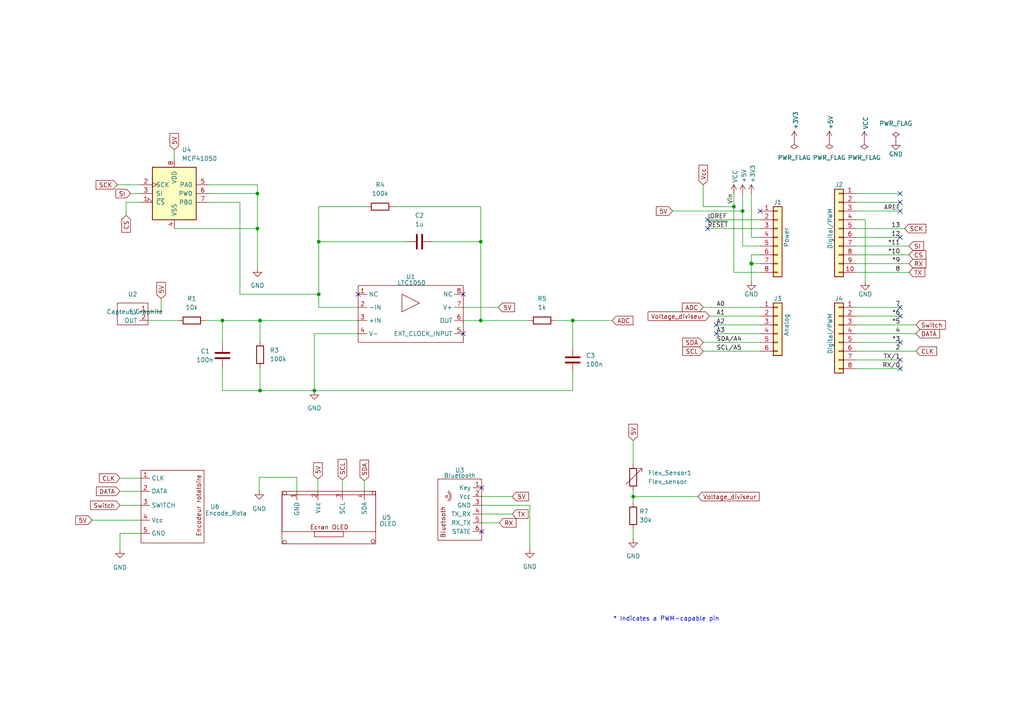
<source format=kicad_sch>
(kicad_sch (version 20230121) (generator eeschema)

  (uuid e63e39d7-6ac0-4ffd-8aa3-1841a4541b55)

  (paper "A4")

  (title_block
    (date "mar. 31 mars 2015")
  )

  (lib_symbols
    (symbol "Connector_Generic:Conn_01x06" (pin_names (offset 1.016) hide) (in_bom yes) (on_board yes)
      (property "Reference" "J" (at 0 7.62 0)
        (effects (font (size 1.27 1.27)))
      )
      (property "Value" "Conn_01x06" (at 0 -10.16 0)
        (effects (font (size 1.27 1.27)))
      )
      (property "Footprint" "" (at 0 0 0)
        (effects (font (size 1.27 1.27)) hide)
      )
      (property "Datasheet" "~" (at 0 0 0)
        (effects (font (size 1.27 1.27)) hide)
      )
      (property "ki_keywords" "connector" (at 0 0 0)
        (effects (font (size 1.27 1.27)) hide)
      )
      (property "ki_description" "Generic connector, single row, 01x06, script generated (kicad-library-utils/schlib/autogen/connector/)" (at 0 0 0)
        (effects (font (size 1.27 1.27)) hide)
      )
      (property "ki_fp_filters" "Connector*:*_1x??_*" (at 0 0 0)
        (effects (font (size 1.27 1.27)) hide)
      )
      (symbol "Conn_01x06_1_1"
        (rectangle (start -1.27 -7.493) (end 0 -7.747)
          (stroke (width 0.1524) (type default))
          (fill (type none))
        )
        (rectangle (start -1.27 -4.953) (end 0 -5.207)
          (stroke (width 0.1524) (type default))
          (fill (type none))
        )
        (rectangle (start -1.27 -2.413) (end 0 -2.667)
          (stroke (width 0.1524) (type default))
          (fill (type none))
        )
        (rectangle (start -1.27 0.127) (end 0 -0.127)
          (stroke (width 0.1524) (type default))
          (fill (type none))
        )
        (rectangle (start -1.27 2.667) (end 0 2.413)
          (stroke (width 0.1524) (type default))
          (fill (type none))
        )
        (rectangle (start -1.27 5.207) (end 0 4.953)
          (stroke (width 0.1524) (type default))
          (fill (type none))
        )
        (rectangle (start -1.27 6.35) (end 1.27 -8.89)
          (stroke (width 0.254) (type default))
          (fill (type background))
        )
        (pin passive line (at -5.08 5.08 0) (length 3.81)
          (name "Pin_1" (effects (font (size 1.27 1.27))))
          (number "1" (effects (font (size 1.27 1.27))))
        )
        (pin passive line (at -5.08 2.54 0) (length 3.81)
          (name "Pin_2" (effects (font (size 1.27 1.27))))
          (number "2" (effects (font (size 1.27 1.27))))
        )
        (pin passive line (at -5.08 0 0) (length 3.81)
          (name "Pin_3" (effects (font (size 1.27 1.27))))
          (number "3" (effects (font (size 1.27 1.27))))
        )
        (pin passive line (at -5.08 -2.54 0) (length 3.81)
          (name "Pin_4" (effects (font (size 1.27 1.27))))
          (number "4" (effects (font (size 1.27 1.27))))
        )
        (pin passive line (at -5.08 -5.08 0) (length 3.81)
          (name "Pin_5" (effects (font (size 1.27 1.27))))
          (number "5" (effects (font (size 1.27 1.27))))
        )
        (pin passive line (at -5.08 -7.62 0) (length 3.81)
          (name "Pin_6" (effects (font (size 1.27 1.27))))
          (number "6" (effects (font (size 1.27 1.27))))
        )
      )
    )
    (symbol "Connector_Generic:Conn_01x08" (pin_names (offset 1.016) hide) (in_bom yes) (on_board yes)
      (property "Reference" "J" (at 0 10.16 0)
        (effects (font (size 1.27 1.27)))
      )
      (property "Value" "Conn_01x08" (at 0 -12.7 0)
        (effects (font (size 1.27 1.27)))
      )
      (property "Footprint" "" (at 0 0 0)
        (effects (font (size 1.27 1.27)) hide)
      )
      (property "Datasheet" "~" (at 0 0 0)
        (effects (font (size 1.27 1.27)) hide)
      )
      (property "ki_keywords" "connector" (at 0 0 0)
        (effects (font (size 1.27 1.27)) hide)
      )
      (property "ki_description" "Generic connector, single row, 01x08, script generated (kicad-library-utils/schlib/autogen/connector/)" (at 0 0 0)
        (effects (font (size 1.27 1.27)) hide)
      )
      (property "ki_fp_filters" "Connector*:*_1x??_*" (at 0 0 0)
        (effects (font (size 1.27 1.27)) hide)
      )
      (symbol "Conn_01x08_1_1"
        (rectangle (start -1.27 -10.033) (end 0 -10.287)
          (stroke (width 0.1524) (type default))
          (fill (type none))
        )
        (rectangle (start -1.27 -7.493) (end 0 -7.747)
          (stroke (width 0.1524) (type default))
          (fill (type none))
        )
        (rectangle (start -1.27 -4.953) (end 0 -5.207)
          (stroke (width 0.1524) (type default))
          (fill (type none))
        )
        (rectangle (start -1.27 -2.413) (end 0 -2.667)
          (stroke (width 0.1524) (type default))
          (fill (type none))
        )
        (rectangle (start -1.27 0.127) (end 0 -0.127)
          (stroke (width 0.1524) (type default))
          (fill (type none))
        )
        (rectangle (start -1.27 2.667) (end 0 2.413)
          (stroke (width 0.1524) (type default))
          (fill (type none))
        )
        (rectangle (start -1.27 5.207) (end 0 4.953)
          (stroke (width 0.1524) (type default))
          (fill (type none))
        )
        (rectangle (start -1.27 7.747) (end 0 7.493)
          (stroke (width 0.1524) (type default))
          (fill (type none))
        )
        (rectangle (start -1.27 8.89) (end 1.27 -11.43)
          (stroke (width 0.254) (type default))
          (fill (type background))
        )
        (pin passive line (at -5.08 7.62 0) (length 3.81)
          (name "Pin_1" (effects (font (size 1.27 1.27))))
          (number "1" (effects (font (size 1.27 1.27))))
        )
        (pin passive line (at -5.08 5.08 0) (length 3.81)
          (name "Pin_2" (effects (font (size 1.27 1.27))))
          (number "2" (effects (font (size 1.27 1.27))))
        )
        (pin passive line (at -5.08 2.54 0) (length 3.81)
          (name "Pin_3" (effects (font (size 1.27 1.27))))
          (number "3" (effects (font (size 1.27 1.27))))
        )
        (pin passive line (at -5.08 0 0) (length 3.81)
          (name "Pin_4" (effects (font (size 1.27 1.27))))
          (number "4" (effects (font (size 1.27 1.27))))
        )
        (pin passive line (at -5.08 -2.54 0) (length 3.81)
          (name "Pin_5" (effects (font (size 1.27 1.27))))
          (number "5" (effects (font (size 1.27 1.27))))
        )
        (pin passive line (at -5.08 -5.08 0) (length 3.81)
          (name "Pin_6" (effects (font (size 1.27 1.27))))
          (number "6" (effects (font (size 1.27 1.27))))
        )
        (pin passive line (at -5.08 -7.62 0) (length 3.81)
          (name "Pin_7" (effects (font (size 1.27 1.27))))
          (number "7" (effects (font (size 1.27 1.27))))
        )
        (pin passive line (at -5.08 -10.16 0) (length 3.81)
          (name "Pin_8" (effects (font (size 1.27 1.27))))
          (number "8" (effects (font (size 1.27 1.27))))
        )
      )
    )
    (symbol "Connector_Generic:Conn_01x10" (pin_names (offset 1.016) hide) (in_bom yes) (on_board yes)
      (property "Reference" "J" (at 0 12.7 0)
        (effects (font (size 1.27 1.27)))
      )
      (property "Value" "Conn_01x10" (at 0 -15.24 0)
        (effects (font (size 1.27 1.27)))
      )
      (property "Footprint" "" (at 0 0 0)
        (effects (font (size 1.27 1.27)) hide)
      )
      (property "Datasheet" "~" (at 0 0 0)
        (effects (font (size 1.27 1.27)) hide)
      )
      (property "ki_keywords" "connector" (at 0 0 0)
        (effects (font (size 1.27 1.27)) hide)
      )
      (property "ki_description" "Generic connector, single row, 01x10, script generated (kicad-library-utils/schlib/autogen/connector/)" (at 0 0 0)
        (effects (font (size 1.27 1.27)) hide)
      )
      (property "ki_fp_filters" "Connector*:*_1x??_*" (at 0 0 0)
        (effects (font (size 1.27 1.27)) hide)
      )
      (symbol "Conn_01x10_1_1"
        (rectangle (start -1.27 -12.573) (end 0 -12.827)
          (stroke (width 0.1524) (type default))
          (fill (type none))
        )
        (rectangle (start -1.27 -10.033) (end 0 -10.287)
          (stroke (width 0.1524) (type default))
          (fill (type none))
        )
        (rectangle (start -1.27 -7.493) (end 0 -7.747)
          (stroke (width 0.1524) (type default))
          (fill (type none))
        )
        (rectangle (start -1.27 -4.953) (end 0 -5.207)
          (stroke (width 0.1524) (type default))
          (fill (type none))
        )
        (rectangle (start -1.27 -2.413) (end 0 -2.667)
          (stroke (width 0.1524) (type default))
          (fill (type none))
        )
        (rectangle (start -1.27 0.127) (end 0 -0.127)
          (stroke (width 0.1524) (type default))
          (fill (type none))
        )
        (rectangle (start -1.27 2.667) (end 0 2.413)
          (stroke (width 0.1524) (type default))
          (fill (type none))
        )
        (rectangle (start -1.27 5.207) (end 0 4.953)
          (stroke (width 0.1524) (type default))
          (fill (type none))
        )
        (rectangle (start -1.27 7.747) (end 0 7.493)
          (stroke (width 0.1524) (type default))
          (fill (type none))
        )
        (rectangle (start -1.27 10.287) (end 0 10.033)
          (stroke (width 0.1524) (type default))
          (fill (type none))
        )
        (rectangle (start -1.27 11.43) (end 1.27 -13.97)
          (stroke (width 0.254) (type default))
          (fill (type background))
        )
        (pin passive line (at -5.08 10.16 0) (length 3.81)
          (name "Pin_1" (effects (font (size 1.27 1.27))))
          (number "1" (effects (font (size 1.27 1.27))))
        )
        (pin passive line (at -5.08 -12.7 0) (length 3.81)
          (name "Pin_10" (effects (font (size 1.27 1.27))))
          (number "10" (effects (font (size 1.27 1.27))))
        )
        (pin passive line (at -5.08 7.62 0) (length 3.81)
          (name "Pin_2" (effects (font (size 1.27 1.27))))
          (number "2" (effects (font (size 1.27 1.27))))
        )
        (pin passive line (at -5.08 5.08 0) (length 3.81)
          (name "Pin_3" (effects (font (size 1.27 1.27))))
          (number "3" (effects (font (size 1.27 1.27))))
        )
        (pin passive line (at -5.08 2.54 0) (length 3.81)
          (name "Pin_4" (effects (font (size 1.27 1.27))))
          (number "4" (effects (font (size 1.27 1.27))))
        )
        (pin passive line (at -5.08 0 0) (length 3.81)
          (name "Pin_5" (effects (font (size 1.27 1.27))))
          (number "5" (effects (font (size 1.27 1.27))))
        )
        (pin passive line (at -5.08 -2.54 0) (length 3.81)
          (name "Pin_6" (effects (font (size 1.27 1.27))))
          (number "6" (effects (font (size 1.27 1.27))))
        )
        (pin passive line (at -5.08 -5.08 0) (length 3.81)
          (name "Pin_7" (effects (font (size 1.27 1.27))))
          (number "7" (effects (font (size 1.27 1.27))))
        )
        (pin passive line (at -5.08 -7.62 0) (length 3.81)
          (name "Pin_8" (effects (font (size 1.27 1.27))))
          (number "8" (effects (font (size 1.27 1.27))))
        )
        (pin passive line (at -5.08 -10.16 0) (length 3.81)
          (name "Pin_9" (effects (font (size 1.27 1.27))))
          (number "9" (effects (font (size 1.27 1.27))))
        )
      )
    )
    (symbol "Device:C" (pin_numbers hide) (pin_names (offset 0.254)) (in_bom yes) (on_board yes)
      (property "Reference" "C" (at 0.635 2.54 0)
        (effects (font (size 1.27 1.27)) (justify left))
      )
      (property "Value" "C" (at 0.635 -2.54 0)
        (effects (font (size 1.27 1.27)) (justify left))
      )
      (property "Footprint" "" (at 0.9652 -3.81 0)
        (effects (font (size 1.27 1.27)) hide)
      )
      (property "Datasheet" "~" (at 0 0 0)
        (effects (font (size 1.27 1.27)) hide)
      )
      (property "ki_keywords" "cap capacitor" (at 0 0 0)
        (effects (font (size 1.27 1.27)) hide)
      )
      (property "ki_description" "Unpolarized capacitor" (at 0 0 0)
        (effects (font (size 1.27 1.27)) hide)
      )
      (property "ki_fp_filters" "C_*" (at 0 0 0)
        (effects (font (size 1.27 1.27)) hide)
      )
      (symbol "C_0_1"
        (polyline
          (pts
            (xy -2.032 -0.762)
            (xy 2.032 -0.762)
          )
          (stroke (width 0.508) (type default))
          (fill (type none))
        )
        (polyline
          (pts
            (xy -2.032 0.762)
            (xy 2.032 0.762)
          )
          (stroke (width 0.508) (type default))
          (fill (type none))
        )
      )
      (symbol "C_1_1"
        (pin passive line (at 0 3.81 270) (length 2.794)
          (name "~" (effects (font (size 1.27 1.27))))
          (number "1" (effects (font (size 1.27 1.27))))
        )
        (pin passive line (at 0 -3.81 90) (length 2.794)
          (name "~" (effects (font (size 1.27 1.27))))
          (number "2" (effects (font (size 1.27 1.27))))
        )
      )
    )
    (symbol "Device:R" (pin_numbers hide) (pin_names (offset 0)) (in_bom yes) (on_board yes)
      (property "Reference" "R" (at 2.032 0 90)
        (effects (font (size 1.27 1.27)))
      )
      (property "Value" "R" (at 0 0 90)
        (effects (font (size 1.27 1.27)))
      )
      (property "Footprint" "" (at -1.778 0 90)
        (effects (font (size 1.27 1.27)) hide)
      )
      (property "Datasheet" "~" (at 0 0 0)
        (effects (font (size 1.27 1.27)) hide)
      )
      (property "ki_keywords" "R res resistor" (at 0 0 0)
        (effects (font (size 1.27 1.27)) hide)
      )
      (property "ki_description" "Resistor" (at 0 0 0)
        (effects (font (size 1.27 1.27)) hide)
      )
      (property "ki_fp_filters" "R_*" (at 0 0 0)
        (effects (font (size 1.27 1.27)) hide)
      )
      (symbol "R_0_1"
        (rectangle (start -1.016 -2.54) (end 1.016 2.54)
          (stroke (width 0.254) (type default))
          (fill (type none))
        )
      )
      (symbol "R_1_1"
        (pin passive line (at 0 3.81 270) (length 1.27)
          (name "~" (effects (font (size 1.27 1.27))))
          (number "1" (effects (font (size 1.27 1.27))))
        )
        (pin passive line (at 0 -3.81 90) (length 1.27)
          (name "~" (effects (font (size 1.27 1.27))))
          (number "2" (effects (font (size 1.27 1.27))))
        )
      )
    )
    (symbol "Device:R_Variable" (pin_numbers hide) (pin_names (offset 0)) (in_bom yes) (on_board yes)
      (property "Reference" "R" (at 2.54 -2.54 90)
        (effects (font (size 1.27 1.27)) (justify left))
      )
      (property "Value" "R_Variable" (at -2.54 -1.27 90)
        (effects (font (size 1.27 1.27)) (justify left))
      )
      (property "Footprint" "" (at -1.778 0 90)
        (effects (font (size 1.27 1.27)) hide)
      )
      (property "Datasheet" "~" (at 0 0 0)
        (effects (font (size 1.27 1.27)) hide)
      )
      (property "ki_keywords" "R res resistor variable potentiometer rheostat" (at 0 0 0)
        (effects (font (size 1.27 1.27)) hide)
      )
      (property "ki_description" "Variable resistor" (at 0 0 0)
        (effects (font (size 1.27 1.27)) hide)
      )
      (property "ki_fp_filters" "R_*" (at 0 0 0)
        (effects (font (size 1.27 1.27)) hide)
      )
      (symbol "R_Variable_0_1"
        (rectangle (start -1.016 -2.54) (end 1.016 2.54)
          (stroke (width 0.254) (type default))
          (fill (type none))
        )
        (polyline
          (pts
            (xy 2.54 1.524)
            (xy 2.54 2.54)
            (xy 1.524 2.54)
            (xy 2.54 2.54)
            (xy -2.032 -2.032)
          )
          (stroke (width 0) (type default))
          (fill (type none))
        )
      )
      (symbol "R_Variable_1_1"
        (pin passive line (at 0 3.81 270) (length 1.27)
          (name "~" (effects (font (size 1.27 1.27))))
          (number "1" (effects (font (size 1.27 1.27))))
        )
        (pin passive line (at 0 -3.81 90) (length 1.27)
          (name "~" (effects (font (size 1.27 1.27))))
          (number "2" (effects (font (size 1.27 1.27))))
        )
      )
    )
    (symbol "GND_1" (power) (pin_names (offset 0)) (in_bom yes) (on_board yes)
      (property "Reference" "#PWR" (at 0 -6.35 0)
        (effects (font (size 1.27 1.27)) hide)
      )
      (property "Value" "GND_1" (at 0 -3.81 0)
        (effects (font (size 1.27 1.27)))
      )
      (property "Footprint" "" (at 0 0 0)
        (effects (font (size 1.27 1.27)) hide)
      )
      (property "Datasheet" "" (at 0 0 0)
        (effects (font (size 1.27 1.27)) hide)
      )
      (property "ki_keywords" "global power" (at 0 0 0)
        (effects (font (size 1.27 1.27)) hide)
      )
      (property "ki_description" "Power symbol creates a global label with name \"GND\" , ground" (at 0 0 0)
        (effects (font (size 1.27 1.27)) hide)
      )
      (symbol "GND_1_0_1"
        (polyline
          (pts
            (xy 0 0)
            (xy 0 -1.27)
            (xy 1.27 -1.27)
            (xy 0 -2.54)
            (xy -1.27 -1.27)
            (xy 0 -1.27)
          )
          (stroke (width 0) (type default))
          (fill (type none))
        )
      )
      (symbol "GND_1_1_1"
        (pin power_in line (at 0 0 270) (length 0) hide
          (name "GND" (effects (font (size 1.27 1.27))))
          (number "1" (effects (font (size 1.27 1.27))))
        )
      )
    )
    (symbol "Library_insa:Bluetooth HC05-20" (in_bom yes) (on_board yes)
      (property "Reference" "U" (at -5.08 -1.27 0)
        (effects (font (size 1.27 1.27)))
      )
      (property "Value" "" (at 0 0 0)
        (effects (font (size 1.27 1.27)))
      )
      (property "Footprint" "" (at 0 0 0)
        (effects (font (size 1.27 1.27)) hide)
      )
      (property "Datasheet" "" (at 0 0 0)
        (effects (font (size 1.27 1.27)) hide)
      )
      (symbol "Bluetooth HC05-20_0_1"
        (rectangle (start -6.35 5.08) (end 6.35 -12.7)
          (stroke (width 0) (type default))
          (fill (type none))
        )
        (circle (center -3.81 0) (radius 0.3312)
          (stroke (width 0) (type default))
          (fill (type none))
        )
        (arc (start -3.4289 -1.2446) (mid -2.9029 0.0254) (end -3.4289 1.2954)
          (stroke (width 0) (type default))
          (fill (type none))
        )
        (arc (start -2.9716 -1.2954) (mid -2.5173 0.2715) (end -3.302 1.7018)
          (stroke (width 0) (type default))
          (fill (type none))
        )
      )
      (symbol "Bluetooth HC05-20_1_1"
        (text "Bluetooth" (at -4.826 -7.366 900)
          (effects (font (size 1.27 1.27)))
        )
        (pin passive line (at 6.35 2.54 180) (length 2.54)
          (name "Key" (effects (font (size 1.27 1.27))))
          (number "1" (effects (font (size 1.27 1.27))))
        )
        (pin passive line (at 6.35 0 180) (length 2.54)
          (name "Vcc" (effects (font (size 1.27 1.27))))
          (number "2" (effects (font (size 1.27 1.27))))
        )
        (pin passive line (at 6.35 -2.54 180) (length 2.54)
          (name "GND" (effects (font (size 1.27 1.27))))
          (number "3" (effects (font (size 1.27 1.27))))
        )
        (pin passive line (at 6.35 -5.08 180) (length 2.54)
          (name "TX_RX" (effects (font (size 1.27 1.27))))
          (number "4" (effects (font (size 1.27 1.27))))
        )
        (pin passive line (at 6.35 -7.62 180) (length 2.54)
          (name "RX_TX" (effects (font (size 1.27 1.27))))
          (number "5" (effects (font (size 1.27 1.27))))
        )
        (pin passive line (at 6.35 -10.16 180) (length 2.54)
          (name "STATE" (effects (font (size 1.27 1.27))))
          (number "6" (effects (font (size 1.27 1.27))))
        )
      )
    )
    (symbol "Library_insa:Encodeur_rotatoire" (in_bom yes) (on_board yes)
      (property "Reference" "U" (at 5.08 -7.112 0)
        (effects (font (size 1.27 1.27)))
      )
      (property "Value" "" (at 0 0 0)
        (effects (font (size 1.27 1.27)))
      )
      (property "Footprint" "" (at 0 0 0)
        (effects (font (size 1.27 1.27)) hide)
      )
      (property "Datasheet" "" (at 0 0 0)
        (effects (font (size 1.27 1.27)) hide)
      )
      (symbol "Encodeur_rotatoire_0_1"
        (rectangle (start -9.144 9.906) (end 9.144 -11.176)
          (stroke (width 0) (type default))
          (fill (type none))
        )
      )
      (symbol "Encodeur_rotatoire_1_1"
        (text "Encodeur rotatoire" (at 7.62 -0.254 900)
          (effects (font (size 1.27 1.27)))
        )
        (pin passive line (at -9.144 7.62 0) (length 2.54)
          (name "CLK" (effects (font (size 1.27 1.27))))
          (number "1" (effects (font (size 1.27 1.27))))
        )
        (pin passive line (at -9.144 3.81 0) (length 2.54)
          (name "DATA" (effects (font (size 1.27 1.27))))
          (number "2" (effects (font (size 1.27 1.27))))
        )
        (pin passive line (at -9.144 -0.254 0) (length 2.54)
          (name "SWITCH" (effects (font (size 1.27 1.27))))
          (number "3" (effects (font (size 1.27 1.27))))
        )
        (pin passive line (at -9.144 -4.572 0) (length 2.54)
          (name "Vcc" (effects (font (size 1.27 1.27))))
          (number "4" (effects (font (size 1.27 1.27))))
        )
        (pin passive line (at -9.144 -8.382 0) (length 2.54)
          (name "GND" (effects (font (size 1.27 1.27))))
          (number "5" (effects (font (size 1.27 1.27))))
        )
      )
    )
    (symbol "Library_insa:Graphite_sensor" (in_bom yes) (on_board yes)
      (property "Reference" "U" (at -3.81 0 0)
        (effects (font (size 1.27 1.27)))
      )
      (property "Value" "" (at 0 0 0)
        (effects (font (size 1.27 1.27)))
      )
      (property "Footprint" "" (at 0 0 0)
        (effects (font (size 1.27 1.27)) hide)
      )
      (property "Datasheet" "" (at 0 0 0)
        (effects (font (size 1.27 1.27)) hide)
      )
      (symbol "Graphite_sensor_0_1"
        (rectangle (start -5.08 2.54) (end 3.81 -3.81)
          (stroke (width 0) (type default))
          (fill (type none))
        )
      )
      (symbol "Graphite_sensor_1_1"
        (pin passive line (at 3.81 0 180) (length 2.54)
          (name "5V" (effects (font (size 1.27 1.27))))
          (number "1" (effects (font (size 1.27 1.27))))
        )
        (pin passive line (at 3.81 -2.54 180) (length 2.54)
          (name "OUT" (effects (font (size 1.27 1.27))))
          (number "2" (effects (font (size 1.27 1.27))))
        )
      )
    )
    (symbol "Library_insa:LTC1050" (in_bom yes) (on_board yes)
      (property "Reference" "U" (at 10.16 -3.81 0)
        (effects (font (size 1.27 1.27)))
      )
      (property "Value" "" (at 0 0 0)
        (effects (font (size 1.27 1.27)))
      )
      (property "Footprint" "" (at 0 0 0)
        (effects (font (size 1.27 1.27)) hide)
      )
      (property "Datasheet" "" (at 0 0 0)
        (effects (font (size 1.27 1.27)) hide)
      )
      (symbol "LTC1050_0_1"
        (rectangle (start -6.35 5.08) (end 24.13 -11.43)
          (stroke (width 0) (type default))
          (fill (type none))
        )
        (polyline
          (pts
            (xy 6.35 2.54)
            (xy 6.35 -2.54)
            (xy 11.43 0)
            (xy 6.35 2.54)
          )
          (stroke (width 0) (type default))
          (fill (type none))
        )
      )
      (symbol "LTC1050_1_1"
        (pin passive line (at -6.35 2.54 0) (length 2.54)
          (name "NC" (effects (font (size 1.27 1.27))))
          (number "1" (effects (font (size 1.27 1.27))))
        )
        (pin passive line (at -6.35 -1.27 0) (length 2.54)
          (name "-IN" (effects (font (size 1.27 1.27))))
          (number "2" (effects (font (size 1.27 1.27))))
        )
        (pin passive line (at -6.35 -5.08 0) (length 2.54)
          (name "+IN" (effects (font (size 1.27 1.27))))
          (number "3" (effects (font (size 1.27 1.27))))
        )
        (pin passive line (at -6.35 -8.89 0) (length 2.54)
          (name "V-" (effects (font (size 1.27 1.27))))
          (number "4" (effects (font (size 1.27 1.27))))
        )
        (pin passive line (at 24.13 -8.89 180) (length 2.54)
          (name "EXT_CLOCK_INPUT" (effects (font (size 1.27 1.27))))
          (number "5" (effects (font (size 1.27 1.27))))
        )
        (pin passive line (at 24.13 -5.08 180) (length 2.54)
          (name "OUT" (effects (font (size 1.27 1.27))))
          (number "6" (effects (font (size 1.27 1.27))))
        )
        (pin passive line (at 24.13 -1.27 180) (length 2.54)
          (name "V+" (effects (font (size 1.27 1.27))))
          (number "7" (effects (font (size 1.27 1.27))))
        )
        (pin passive line (at 24.13 2.54 180) (length 2.54)
          (name "NC" (effects (font (size 1.27 1.27))))
          (number "8" (effects (font (size 1.27 1.27))))
        )
      )
    )
    (symbol "Library_insa:OLED" (in_bom yes) (on_board yes)
      (property "Reference" "U" (at 0 0 0)
        (effects (font (size 1.27 1.27)))
      )
      (property "Value" "" (at 0 0 0)
        (effects (font (size 1.27 1.27)))
      )
      (property "Footprint" "" (at 0 0 0)
        (effects (font (size 1.27 1.27)) hide)
      )
      (property "Datasheet" "" (at 0 0 0)
        (effects (font (size 1.27 1.27)) hide)
      )
      (symbol "OLED_0_1"
        (rectangle (start -12.446 6.096) (end 14.732 -4.572)
          (stroke (width 0) (type default))
          (fill (type none))
        )
        (rectangle (start -12.446 7.112) (end 14.732 -8.128)
          (stroke (width 0) (type default))
          (fill (type none))
        )
        (circle (center -11.684 -7.62) (radius 0.508)
          (stroke (width 0) (type default))
          (fill (type none))
        )
        (circle (center -11.684 6.604) (radius 0.568)
          (stroke (width 0) (type default))
          (fill (type none))
        )
        (rectangle (start -3.048 -4.572) (end 5.334 -6.096)
          (stroke (width 0) (type default))
          (fill (type none))
        )
        (circle (center 13.97 -7.366) (radius 0.508)
          (stroke (width 0) (type default))
          (fill (type none))
        )
        (circle (center 14.224 6.604) (radius 0.508)
          (stroke (width 0) (type default))
          (fill (type none))
        )
      )
      (symbol "OLED_1_1"
        (text "Ecran OLED\n\n" (at 1.27 -4.318 0)
          (effects (font (size 1.27 1.27)))
        )
        (pin passive line (at -8.128 7.112 270) (length 2.54)
          (name "GND" (effects (font (size 1.27 1.27))))
          (number "1" (effects (font (size 1.27 1.27))))
        )
        (pin passive line (at -2.032 7.112 270) (length 2.54)
          (name "Vcc" (effects (font (size 1.27 1.27))))
          (number "2" (effects (font (size 1.27 1.27))))
        )
        (pin passive line (at 5.08 7.112 270) (length 2.54)
          (name "SCL" (effects (font (size 1.27 1.27))))
          (number "3" (effects (font (size 1.27 1.27))))
        )
        (pin passive line (at 11.43 7.112 270) (length 2.54)
          (name "SDA" (effects (font (size 1.27 1.27))))
          (number "4" (effects (font (size 1.27 1.27))))
        )
      )
    )
    (symbol "Potentiometer_Digital:MCP41050" (pin_names (offset 1.016)) (in_bom yes) (on_board yes)
      (property "Reference" "U" (at -6.35 8.89 0)
        (effects (font (size 1.27 1.27)) (justify left))
      )
      (property "Value" "MCP41050" (at 1.27 8.89 0)
        (effects (font (size 1.27 1.27)) (justify left))
      )
      (property "Footprint" "" (at 0 0 0)
        (effects (font (size 1.27 1.27)) hide)
      )
      (property "Datasheet" "http://ww1.microchip.com/downloads/en/DeviceDoc/11195c.pdf" (at 0 0 0)
        (effects (font (size 1.27 1.27)) hide)
      )
      (property "ki_keywords" "R POT" (at 0 0 0)
        (effects (font (size 1.27 1.27)) hide)
      )
      (property "ki_description" "Single Digital Potentiometer, SPI interface, 256 taps, 50 kohm" (at 0 0 0)
        (effects (font (size 1.27 1.27)) hide)
      )
      (property "ki_fp_filters" "DIP*W7.62mm* SOIC*P1.27mm*" (at 0 0 0)
        (effects (font (size 1.27 1.27)) hide)
      )
      (symbol "MCP41050_0_1"
        (rectangle (start -6.35 7.62) (end 6.35 -7.62)
          (stroke (width 0.254) (type default))
          (fill (type background))
        )
      )
      (symbol "MCP41050_1_1"
        (pin input input_low (at -10.16 -2.54 0) (length 3.81)
          (name "~{CS}" (effects (font (size 1.27 1.27))))
          (number "1" (effects (font (size 1.27 1.27))))
        )
        (pin passive clock (at -10.16 2.54 0) (length 3.81)
          (name "SCK" (effects (font (size 1.27 1.27))))
          (number "2" (effects (font (size 1.27 1.27))))
        )
        (pin input line (at -10.16 0 0) (length 3.81)
          (name "SI" (effects (font (size 1.27 1.27))))
          (number "3" (effects (font (size 1.27 1.27))))
        )
        (pin power_in line (at 0 -10.16 90) (length 2.54)
          (name "VSS" (effects (font (size 1.27 1.27))))
          (number "4" (effects (font (size 1.27 1.27))))
        )
        (pin passive line (at 10.16 2.54 180) (length 3.81)
          (name "PA0" (effects (font (size 1.27 1.27))))
          (number "5" (effects (font (size 1.27 1.27))))
        )
        (pin passive line (at 10.16 0 180) (length 3.81)
          (name "PW0" (effects (font (size 1.27 1.27))))
          (number "6" (effects (font (size 1.27 1.27))))
        )
        (pin passive line (at 10.16 -2.54 180) (length 3.81)
          (name "PB0" (effects (font (size 1.27 1.27))))
          (number "7" (effects (font (size 1.27 1.27))))
        )
        (pin power_in line (at 0 10.16 270) (length 2.54)
          (name "VDD" (effects (font (size 1.27 1.27))))
          (number "8" (effects (font (size 1.27 1.27))))
        )
      )
    )
    (symbol "power:+3V3" (power) (pin_names (offset 0)) (in_bom yes) (on_board yes)
      (property "Reference" "#PWR" (at 0 -3.81 0)
        (effects (font (size 1.27 1.27)) hide)
      )
      (property "Value" "+3V3" (at 0 3.556 0)
        (effects (font (size 1.27 1.27)))
      )
      (property "Footprint" "" (at 0 0 0)
        (effects (font (size 1.27 1.27)) hide)
      )
      (property "Datasheet" "" (at 0 0 0)
        (effects (font (size 1.27 1.27)) hide)
      )
      (property "ki_keywords" "power-flag" (at 0 0 0)
        (effects (font (size 1.27 1.27)) hide)
      )
      (property "ki_description" "Power symbol creates a global label with name \"+3V3\"" (at 0 0 0)
        (effects (font (size 1.27 1.27)) hide)
      )
      (symbol "+3V3_0_1"
        (polyline
          (pts
            (xy -0.762 1.27)
            (xy 0 2.54)
          )
          (stroke (width 0) (type default))
          (fill (type none))
        )
        (polyline
          (pts
            (xy 0 0)
            (xy 0 2.54)
          )
          (stroke (width 0) (type default))
          (fill (type none))
        )
        (polyline
          (pts
            (xy 0 2.54)
            (xy 0.762 1.27)
          )
          (stroke (width 0) (type default))
          (fill (type none))
        )
      )
      (symbol "+3V3_1_1"
        (pin power_in line (at 0 0 90) (length 0) hide
          (name "+3V3" (effects (font (size 1.27 1.27))))
          (number "1" (effects (font (size 1.27 1.27))))
        )
      )
    )
    (symbol "power:+5V" (power) (pin_names (offset 0)) (in_bom yes) (on_board yes)
      (property "Reference" "#PWR" (at 0 -3.81 0)
        (effects (font (size 1.27 1.27)) hide)
      )
      (property "Value" "+5V" (at 0 3.556 0)
        (effects (font (size 1.27 1.27)))
      )
      (property "Footprint" "" (at 0 0 0)
        (effects (font (size 1.27 1.27)) hide)
      )
      (property "Datasheet" "" (at 0 0 0)
        (effects (font (size 1.27 1.27)) hide)
      )
      (property "ki_keywords" "power-flag" (at 0 0 0)
        (effects (font (size 1.27 1.27)) hide)
      )
      (property "ki_description" "Power symbol creates a global label with name \"+5V\"" (at 0 0 0)
        (effects (font (size 1.27 1.27)) hide)
      )
      (symbol "+5V_0_1"
        (polyline
          (pts
            (xy -0.762 1.27)
            (xy 0 2.54)
          )
          (stroke (width 0) (type default))
          (fill (type none))
        )
        (polyline
          (pts
            (xy 0 0)
            (xy 0 2.54)
          )
          (stroke (width 0) (type default))
          (fill (type none))
        )
        (polyline
          (pts
            (xy 0 2.54)
            (xy 0.762 1.27)
          )
          (stroke (width 0) (type default))
          (fill (type none))
        )
      )
      (symbol "+5V_1_1"
        (pin power_in line (at 0 0 90) (length 0) hide
          (name "+5V" (effects (font (size 1.27 1.27))))
          (number "1" (effects (font (size 1.27 1.27))))
        )
      )
    )
    (symbol "power:GND" (power) (pin_names (offset 0)) (in_bom yes) (on_board yes)
      (property "Reference" "#PWR" (at 0 -6.35 0)
        (effects (font (size 1.27 1.27)) hide)
      )
      (property "Value" "GND" (at 0 -3.81 0)
        (effects (font (size 1.27 1.27)))
      )
      (property "Footprint" "" (at 0 0 0)
        (effects (font (size 1.27 1.27)) hide)
      )
      (property "Datasheet" "" (at 0 0 0)
        (effects (font (size 1.27 1.27)) hide)
      )
      (property "ki_keywords" "power-flag" (at 0 0 0)
        (effects (font (size 1.27 1.27)) hide)
      )
      (property "ki_description" "Power symbol creates a global label with name \"GND\" , ground" (at 0 0 0)
        (effects (font (size 1.27 1.27)) hide)
      )
      (symbol "GND_0_1"
        (polyline
          (pts
            (xy 0 0)
            (xy 0 -1.27)
            (xy 1.27 -1.27)
            (xy 0 -2.54)
            (xy -1.27 -1.27)
            (xy 0 -1.27)
          )
          (stroke (width 0) (type default))
          (fill (type none))
        )
      )
      (symbol "GND_1_1"
        (pin power_in line (at 0 0 270) (length 0) hide
          (name "GND" (effects (font (size 1.27 1.27))))
          (number "1" (effects (font (size 1.27 1.27))))
        )
      )
    )
    (symbol "power:PWR_FLAG" (power) (pin_numbers hide) (pin_names (offset 0) hide) (in_bom yes) (on_board yes)
      (property "Reference" "#FLG" (at 0 1.905 0)
        (effects (font (size 1.27 1.27)) hide)
      )
      (property "Value" "PWR_FLAG" (at 0 3.81 0)
        (effects (font (size 1.27 1.27)))
      )
      (property "Footprint" "" (at 0 0 0)
        (effects (font (size 1.27 1.27)) hide)
      )
      (property "Datasheet" "~" (at 0 0 0)
        (effects (font (size 1.27 1.27)) hide)
      )
      (property "ki_keywords" "flag power" (at 0 0 0)
        (effects (font (size 1.27 1.27)) hide)
      )
      (property "ki_description" "Special symbol for telling ERC where power comes from" (at 0 0 0)
        (effects (font (size 1.27 1.27)) hide)
      )
      (symbol "PWR_FLAG_0_0"
        (pin power_out line (at 0 0 90) (length 0)
          (name "pwr" (effects (font (size 1.27 1.27))))
          (number "1" (effects (font (size 1.27 1.27))))
        )
      )
      (symbol "PWR_FLAG_0_1"
        (polyline
          (pts
            (xy 0 0)
            (xy 0 1.27)
            (xy -1.016 1.905)
            (xy 0 2.54)
            (xy 1.016 1.905)
            (xy 0 1.27)
          )
          (stroke (width 0) (type default))
          (fill (type none))
        )
      )
    )
    (symbol "power:VCC" (power) (pin_names (offset 0)) (in_bom yes) (on_board yes)
      (property "Reference" "#PWR" (at 0 -3.81 0)
        (effects (font (size 1.27 1.27)) hide)
      )
      (property "Value" "VCC" (at 0 3.81 0)
        (effects (font (size 1.27 1.27)))
      )
      (property "Footprint" "" (at 0 0 0)
        (effects (font (size 1.27 1.27)) hide)
      )
      (property "Datasheet" "" (at 0 0 0)
        (effects (font (size 1.27 1.27)) hide)
      )
      (property "ki_keywords" "power-flag" (at 0 0 0)
        (effects (font (size 1.27 1.27)) hide)
      )
      (property "ki_description" "Power symbol creates a global label with name \"VCC\"" (at 0 0 0)
        (effects (font (size 1.27 1.27)) hide)
      )
      (symbol "VCC_0_1"
        (polyline
          (pts
            (xy -0.762 1.27)
            (xy 0 2.54)
          )
          (stroke (width 0) (type default))
          (fill (type none))
        )
        (polyline
          (pts
            (xy 0 0)
            (xy 0 2.54)
          )
          (stroke (width 0) (type default))
          (fill (type none))
        )
        (polyline
          (pts
            (xy 0 2.54)
            (xy 0.762 1.27)
          )
          (stroke (width 0) (type default))
          (fill (type none))
        )
      )
      (symbol "VCC_1_1"
        (pin power_in line (at 0 0 90) (length 0) hide
          (name "VCC" (effects (font (size 1.27 1.27))))
          (number "1" (effects (font (size 1.27 1.27))))
        )
      )
    )
  )

  (junction (at 75.438 113.284) (diameter 0) (color 0 0 0 0)
    (uuid 17c703dc-4884-4e25-b37d-293ecd9f8126)
  )
  (junction (at 74.676 66.294) (diameter 0) (color 0 0 0 0)
    (uuid 183dbd72-750a-47ac-9323-1df754a77c72)
  )
  (junction (at 215.392 61.214) (diameter 0) (color 0 0 0 0)
    (uuid 1f10816e-56d3-4b3f-969b-18d00dcce113)
  )
  (junction (at 212.852 59.944) (diameter 0) (color 0 0 0 0)
    (uuid 29624ef3-3f0a-42e9-a255-cda514c35efe)
  )
  (junction (at 217.932 76.454) (diameter 1.016) (color 0 0 0 0)
    (uuid 3dcc657b-55a1-48e0-9667-e01e7b6b08b5)
  )
  (junction (at 75.438 92.964) (diameter 0) (color 0 0 0 0)
    (uuid 4c14f8c5-ede6-489c-9e70-c0c2aa3f74ac)
  )
  (junction (at 139.446 70.104) (diameter 0) (color 0 0 0 0)
    (uuid 4f6fe0bb-0089-4bd5-beca-c319e474c165)
  )
  (junction (at 92.456 70.104) (diameter 0) (color 0 0 0 0)
    (uuid 79595219-c4b7-4fe5-8aba-10302bcd5d34)
  )
  (junction (at 92.456 85.344) (diameter 0) (color 0 0 0 0)
    (uuid 88884310-939e-458e-958c-56288a32dc82)
  )
  (junction (at 183.642 144.018) (diameter 0) (color 0 0 0 0)
    (uuid 9acbbbf5-12fe-4e50-9933-987088989e45)
  )
  (junction (at 74.676 56.134) (diameter 0) (color 0 0 0 0)
    (uuid be16406c-3101-43eb-9c63-982c7c3c22c5)
  )
  (junction (at 91.186 113.284) (diameter 0) (color 0 0 0 0)
    (uuid cef8eda1-8eb6-4cf3-9ca3-95925b4c53c1)
  )
  (junction (at 64.516 92.964) (diameter 0) (color 0 0 0 0)
    (uuid d30c2f22-9985-4f1a-a77a-e7e6100adfca)
  )
  (junction (at 139.446 92.964) (diameter 0) (color 0 0 0 0)
    (uuid de33253a-2696-411f-813a-db2a72d41833)
  )
  (junction (at 166.116 92.964) (diameter 0) (color 0 0 0 0)
    (uuid ef585fd1-8472-4bd4-a075-d44c7358d512)
  )

  (no_connect (at 207.772 94.234) (uuid 0f528c0f-c4d6-4821-80b2-d86d786e07e3))
  (no_connect (at 261.112 58.674) (uuid 1deba6da-4f19-417b-bef6-2dcd265567fc))
  (no_connect (at 205.232 66.294) (uuid 4b3a1fa1-f299-4331-9445-42dcb108cd13))
  (no_connect (at 103.886 85.344) (uuid 4ffa1541-ec16-4438-983e-6e8e1c83fcf7))
  (no_connect (at 139.7 154.178) (uuid 52651d8d-508a-42cd-9bf6-e053bfd870d7))
  (no_connect (at 134.366 96.774) (uuid 57192fe7-108e-4546-8f9f-2f93d522f262))
  (no_connect (at 261.112 99.314) (uuid 616a27c1-f943-46fe-8e5a-d2aa6524c654))
  (no_connect (at 207.772 96.774) (uuid 63c674e1-0335-4f32-8f59-9284f29bd440))
  (no_connect (at 261.112 61.214) (uuid 68c481b6-cb40-4a17-a5bd-e1889722d84a))
  (no_connect (at 134.366 85.344) (uuid 72819457-b1a0-4457-a9ae-2e7cdc36a49b))
  (no_connect (at 139.7 141.478) (uuid 983ceba8-dd76-44f9-bc5f-ba5590b37001))
  (no_connect (at 261.112 106.934) (uuid 9c894179-a186-4900-8f82-c312f6f30dfc))
  (no_connect (at 261.112 91.694) (uuid 9ce7b23c-4b4c-4077-ac5d-62c284046878))
  (no_connect (at 261.112 104.394) (uuid a3676090-4782-46bc-ac87-61d5921ad811))
  (no_connect (at 205.232 63.754) (uuid c07af047-0146-49ed-baeb-d9672bdecb8c))
  (no_connect (at 261.112 56.134) (uuid c3b6c035-c87e-4144-ae53-78076bc16885))
  (no_connect (at 261.112 89.154) (uuid c42fc8a9-680f-4819-a1bc-b152c2714f1b))
  (no_connect (at 220.472 61.214) (uuid d181157c-7812-47e5-a0cf-9580c905fc86))
  (no_connect (at 261.112 68.834) (uuid dbd12c02-b548-4f12-9437-dbeaaf89654a))

  (wire (pts (xy 248.412 106.934) (xy 261.112 106.934))
    (stroke (width 0) (type solid))
    (uuid 010ba307-2067-49d3-b0fa-6414143f3fc2)
  )
  (wire (pts (xy 139.446 70.104) (xy 139.446 92.964))
    (stroke (width 0) (type default))
    (uuid 06961ca8-4f5e-4fb8-96cb-0dc9c8e575d8)
  )
  (wire (pts (xy 46.736 86.614) (xy 46.736 90.424))
    (stroke (width 0) (type default))
    (uuid 08083465-d0bf-4437-9d74-77936e952255)
  )
  (wire (pts (xy 248.412 73.914) (xy 263.652 73.914))
    (stroke (width 0) (type solid))
    (uuid 09480ba4-37da-45e3-b9fe-6beebf876349)
  )
  (wire (pts (xy 92.202 138.938) (xy 92.202 142.494))
    (stroke (width 0) (type default))
    (uuid 0ace7615-a7d4-4ca0-bdf8-d10fe63af815)
  )
  (wire (pts (xy 203.962 99.314) (xy 220.472 99.314))
    (stroke (width 0) (type default))
    (uuid 0eee35d0-1995-487f-afb0-317bc99fbbe7)
  )
  (wire (pts (xy 37.846 56.134) (xy 40.386 56.134))
    (stroke (width 0) (type default))
    (uuid 0f232d22-50f5-4685-8896-b73dfc8b2ca4)
  )
  (wire (pts (xy 248.412 56.134) (xy 261.112 56.134))
    (stroke (width 0) (type solid))
    (uuid 0f5d2189-4ead-42fa-8f7a-cfa3af4de132)
  )
  (wire (pts (xy 34.798 138.684) (xy 40.894 138.684))
    (stroke (width 0) (type default))
    (uuid 10a4d66e-6c5e-4fa6-b0d6-335c13e06ee0)
  )
  (wire (pts (xy 139.7 144.018) (xy 148.59 144.018))
    (stroke (width 0) (type default))
    (uuid 10fc7699-52c7-4725-824a-ee5c2cad3bad)
  )
  (wire (pts (xy 183.642 127.762) (xy 183.642 134.62))
    (stroke (width 0) (type default))
    (uuid 1109ead2-8303-48e2-8ed3-dc16b348d259)
  )
  (wire (pts (xy 74.676 66.294) (xy 74.676 77.724))
    (stroke (width 0) (type default))
    (uuid 1670ee35-00e1-4c8c-8ed5-dc63bb9c2e68)
  )
  (wire (pts (xy 217.932 73.914) (xy 217.932 76.454))
    (stroke (width 0) (type solid))
    (uuid 1c31b835-925f-4a5c-92df-8f2558bb711b)
  )
  (wire (pts (xy 203.962 101.854) (xy 220.472 101.854))
    (stroke (width 0) (type solid))
    (uuid 20854542-d0b0-4be7-af02-0e5fceb34e01)
  )
  (wire (pts (xy 205.74 91.694) (xy 220.472 91.694))
    (stroke (width 0) (type default))
    (uuid 220210ba-b938-45f2-ab3d-64e73b9ebcd2)
  )
  (wire (pts (xy 166.116 92.964) (xy 166.116 100.584))
    (stroke (width 0) (type default))
    (uuid 2ac7efef-55f5-46dc-80a3-2d44cc82e52f)
  )
  (wire (pts (xy 183.642 144.018) (xy 183.642 145.796))
    (stroke (width 0) (type default))
    (uuid 2cfb2ada-9b54-4790-aac6-06bb3db80930)
  )
  (wire (pts (xy 217.932 76.454) (xy 217.932 81.534))
    (stroke (width 0) (type solid))
    (uuid 2df788b2-ce68-49bc-a497-4b6570a17f30)
  )
  (wire (pts (xy 99.314 139.192) (xy 99.314 142.494))
    (stroke (width 0) (type default))
    (uuid 310b6443-e41c-4560-a0cf-3ec7aaf2767e)
  )
  (wire (pts (xy 75.438 113.284) (xy 91.186 113.284))
    (stroke (width 0) (type default))
    (uuid 31838d2c-502b-48a6-b44f-59f862d68c49)
  )
  (wire (pts (xy 161.036 92.964) (xy 166.116 92.964))
    (stroke (width 0) (type default))
    (uuid 31f91e73-ad78-4d8d-98e6-4250b78006ce)
  )
  (wire (pts (xy 217.932 68.834) (xy 220.472 68.834))
    (stroke (width 0) (type solid))
    (uuid 3334b11d-5a13-40b4-a117-d693c543e4ab)
  )
  (wire (pts (xy 69.596 58.674) (xy 60.706 58.674))
    (stroke (width 0) (type default))
    (uuid 35243886-6dfb-4b71-8288-71315cd03bc9)
  )
  (wire (pts (xy 114.046 59.944) (xy 139.446 59.944))
    (stroke (width 0) (type default))
    (uuid 35cebdf4-9e2d-45aa-aa92-0d4b7aa78822)
  )
  (wire (pts (xy 215.392 71.374) (xy 220.472 71.374))
    (stroke (width 0) (type solid))
    (uuid 3661f80c-fef8-4441-83be-df8930b3b45e)
  )
  (wire (pts (xy 60.706 53.594) (xy 74.676 53.594))
    (stroke (width 0) (type default))
    (uuid 3682fe66-0bb7-4669-be92-e1d330cad8da)
  )
  (wire (pts (xy 215.392 56.134) (xy 215.392 61.214))
    (stroke (width 0) (type solid))
    (uuid 392bf1f6-bf67-427d-8d4c-0a87cb757556)
  )
  (wire (pts (xy 75.438 92.964) (xy 103.886 92.964))
    (stroke (width 0) (type default))
    (uuid 3a64170d-36b7-45c4-a092-ea74c845d813)
  )
  (wire (pts (xy 248.412 66.294) (xy 262.382 66.294))
    (stroke (width 0) (type solid))
    (uuid 4227fa6f-c399-4f14-8228-23e39d2b7e7d)
  )
  (wire (pts (xy 69.596 85.344) (xy 92.456 85.344))
    (stroke (width 0) (type default))
    (uuid 43ed87b1-9a88-4259-8060-e03ac52cb25f)
  )
  (wire (pts (xy 217.932 56.134) (xy 217.932 68.834))
    (stroke (width 0) (type solid))
    (uuid 442fb4de-4d55-45de-bc27-3e6222ceb890)
  )
  (wire (pts (xy 248.412 89.154) (xy 261.112 89.154))
    (stroke (width 0) (type solid))
    (uuid 4455ee2e-5642-42c1-a83b-f7e65fa0c2f1)
  )
  (wire (pts (xy 203.962 89.154) (xy 220.472 89.154))
    (stroke (width 0) (type solid))
    (uuid 486ca832-85f4-4989-b0f4-569faf9be534)
  )
  (wire (pts (xy 195.072 61.214) (xy 215.392 61.214))
    (stroke (width 0) (type default))
    (uuid 48dbfed7-4874-446b-bfe4-b2d7cfb38a81)
  )
  (wire (pts (xy 248.412 68.834) (xy 261.112 68.834))
    (stroke (width 0) (type solid))
    (uuid 4a910b57-a5cd-4105-ab4f-bde2a80d4f00)
  )
  (wire (pts (xy 36.576 62.484) (xy 36.576 58.674))
    (stroke (width 0) (type default))
    (uuid 4d852b80-c5ee-40a9-9cfa-cfdbb67d18aa)
  )
  (wire (pts (xy 248.412 91.694) (xy 261.112 91.694))
    (stroke (width 0) (type solid))
    (uuid 4e60e1af-19bd-45a0-b418-b7030b594dde)
  )
  (wire (pts (xy 212.852 59.944) (xy 212.852 56.134))
    (stroke (width 0) (type solid))
    (uuid 4ef388dc-9732-402b-bd95-84f1cda87e0e)
  )
  (wire (pts (xy 153.67 146.558) (xy 153.67 159.258))
    (stroke (width 0) (type default))
    (uuid 502c08ab-315e-4c13-b00c-84820b0a3f92)
  )
  (wire (pts (xy 125.476 70.104) (xy 139.446 70.104))
    (stroke (width 0) (type default))
    (uuid 627700b8-7f80-40b4-b2fa-f6c1ecc8e3ba)
  )
  (wire (pts (xy 248.412 76.454) (xy 263.652 76.454))
    (stroke (width 0) (type solid))
    (uuid 63f2b71b-521b-4210-bf06-ed65e330fccc)
  )
  (wire (pts (xy 92.456 70.104) (xy 92.456 85.344))
    (stroke (width 0) (type default))
    (uuid 66919ee5-4348-4009-8f4c-288859cbb48b)
  )
  (wire (pts (xy 215.392 61.214) (xy 215.392 71.374))
    (stroke (width 0) (type solid))
    (uuid 69cc4a1c-408d-42f2-bc02-4672d2c570ec)
  )
  (wire (pts (xy 248.412 96.774) (xy 265.684 96.774))
    (stroke (width 0) (type solid))
    (uuid 6bb3ea5f-9e60-4add-9d97-244be2cf61d2)
  )
  (wire (pts (xy 92.456 70.104) (xy 92.456 59.944))
    (stroke (width 0) (type default))
    (uuid 6bc68f21-1fc5-42e9-b151-6ea3e57f2d6c)
  )
  (wire (pts (xy 92.456 70.104) (xy 117.856 70.104))
    (stroke (width 0) (type default))
    (uuid 6eb10d14-c8c9-430a-b3c8-b82d687e42ea)
  )
  (wire (pts (xy 203.962 53.594) (xy 203.962 59.944))
    (stroke (width 0) (type default))
    (uuid 6f34dae1-4648-4d05-87d1-68a70faffbd6)
  )
  (wire (pts (xy 86.106 138.43) (xy 86.106 142.494))
    (stroke (width 0) (type default))
    (uuid 712fb482-595e-4133-be11-486da40e547b)
  )
  (wire (pts (xy 64.516 106.934) (xy 64.516 113.284))
    (stroke (width 0) (type default))
    (uuid 728deacb-1fb0-4b33-b373-214339ea9e4b)
  )
  (wire (pts (xy 105.664 139.446) (xy 105.664 142.494))
    (stroke (width 0) (type default))
    (uuid 734dc628-d80f-46a2-8355-48d5075ce59e)
  )
  (wire (pts (xy 205.232 63.754) (xy 220.472 63.754))
    (stroke (width 0) (type solid))
    (uuid 73d4774c-1387-4550-b580-a1cc0ac89b89)
  )
  (wire (pts (xy 34.798 154.686) (xy 34.798 159.258))
    (stroke (width 0) (type default))
    (uuid 749028fd-d9c5-4b53-b7ef-27a829cd9a1b)
  )
  (wire (pts (xy 166.116 108.204) (xy 166.116 113.284))
    (stroke (width 0) (type default))
    (uuid 78fa9426-55ea-476f-b0b1-670081463ff3)
  )
  (wire (pts (xy 250.952 63.754) (xy 250.952 81.534))
    (stroke (width 0) (type solid))
    (uuid 84ce350c-b0c1-4e69-9ab2-f7ec7b8bb312)
  )
  (wire (pts (xy 59.436 92.964) (xy 64.516 92.964))
    (stroke (width 0) (type default))
    (uuid 86d2cf13-5f16-4768-ad18-3ab2f9750752)
  )
  (wire (pts (xy 248.412 61.214) (xy 261.112 61.214))
    (stroke (width 0) (type solid))
    (uuid 8a3d35a2-f0f6-4dec-a606-7c8e288ca828)
  )
  (wire (pts (xy 34.798 142.494) (xy 40.894 142.494))
    (stroke (width 0) (type default))
    (uuid 8c187bc9-d26c-45ef-9b95-a41849c7a4a9)
  )
  (wire (pts (xy 91.186 113.284) (xy 166.116 113.284))
    (stroke (width 0) (type default))
    (uuid 8c2b87b0-6855-4cfb-b99b-1447c14a1410)
  )
  (wire (pts (xy 183.642 153.416) (xy 183.642 156.21))
    (stroke (width 0) (type default))
    (uuid 90d48c83-5b74-4ead-b431-cfb4a8eb55a4)
  )
  (wire (pts (xy 220.472 94.234) (xy 207.772 94.234))
    (stroke (width 0) (type solid))
    (uuid 9377eb1a-3b12-438c-8ebd-f86ace1e8d25)
  )
  (wire (pts (xy 205.232 66.294) (xy 220.472 66.294))
    (stroke (width 0) (type solid))
    (uuid 93e52853-9d1e-4afe-aee8-b825ab9f5d09)
  )
  (wire (pts (xy 40.894 154.686) (xy 34.798 154.686))
    (stroke (width 0) (type default))
    (uuid 9449056a-7e0b-4457-ab27-9474e8aad5d3)
  )
  (wire (pts (xy 220.472 76.454) (xy 217.932 76.454))
    (stroke (width 0) (type solid))
    (uuid 97df9ac9-dbb8-472e-b84f-3684d0eb5efc)
  )
  (wire (pts (xy 166.116 92.964) (xy 177.546 92.964))
    (stroke (width 0) (type default))
    (uuid 9b8e16f1-c722-4df7-b426-d032421ad14c)
  )
  (wire (pts (xy 36.576 58.674) (xy 40.386 58.674))
    (stroke (width 0) (type default))
    (uuid 9be63292-0493-4b08-8084-2b8310fc3cd7)
  )
  (wire (pts (xy 46.736 90.424) (xy 42.926 90.424))
    (stroke (width 0) (type default))
    (uuid 9cbfc3ae-100c-4c8b-91cf-521a1a5a2d9c)
  )
  (wire (pts (xy 42.926 92.964) (xy 51.816 92.964))
    (stroke (width 0) (type default))
    (uuid 9e346371-a436-4689-aa44-3656f49c453b)
  )
  (wire (pts (xy 220.472 78.994) (xy 212.852 78.994))
    (stroke (width 0) (type solid))
    (uuid a7518f9d-05df-4211-ba17-5d615f04ec46)
  )
  (wire (pts (xy 74.676 53.594) (xy 74.676 56.134))
    (stroke (width 0) (type default))
    (uuid ab5aeb27-4c5d-4924-a173-25689084ca37)
  )
  (wire (pts (xy 139.446 59.944) (xy 139.446 70.104))
    (stroke (width 0) (type default))
    (uuid aec87df5-a12d-4c56-a610-183bc22d2f08)
  )
  (wire (pts (xy 139.446 92.964) (xy 153.416 92.964))
    (stroke (width 0) (type default))
    (uuid afb2f909-fd7f-40d3-8dc0-840ea8790e00)
  )
  (wire (pts (xy 203.962 59.944) (xy 212.852 59.944))
    (stroke (width 0) (type default))
    (uuid b2a28aa8-c0a0-4fee-917a-9246cc6baa81)
  )
  (wire (pts (xy 74.676 56.134) (xy 74.676 66.294))
    (stroke (width 0) (type default))
    (uuid b49f2128-6ecd-4701-8067-ae40e77aab6b)
  )
  (wire (pts (xy 69.596 58.674) (xy 69.596 85.344))
    (stroke (width 0) (type default))
    (uuid b53dd699-1336-45f7-b416-5559127814ff)
  )
  (wire (pts (xy 139.7 151.638) (xy 144.78 151.638))
    (stroke (width 0) (type default))
    (uuid b62a2dd1-9fcb-4d9d-ae4c-a765390393fd)
  )
  (wire (pts (xy 91.186 96.774) (xy 91.186 113.284))
    (stroke (width 0) (type default))
    (uuid b7ddfccc-2bd6-4a64-a0d7-b2d042f97261)
  )
  (wire (pts (xy 50.546 66.294) (xy 74.676 66.294))
    (stroke (width 0) (type default))
    (uuid b9783163-b807-49e3-a059-844d85f44ef0)
  )
  (wire (pts (xy 248.412 63.754) (xy 250.952 63.754))
    (stroke (width 0) (type solid))
    (uuid bcbc7302-8a54-4b9b-98b9-f277f1b20941)
  )
  (wire (pts (xy 139.7 146.558) (xy 153.67 146.558))
    (stroke (width 0) (type default))
    (uuid bf02a6f9-ba87-4775-a5b6-8c12c2664ab6)
  )
  (wire (pts (xy 220.472 73.914) (xy 217.932 73.914))
    (stroke (width 0) (type solid))
    (uuid c12796ad-cf20-466f-9ab3-9cf441392c32)
  )
  (wire (pts (xy 75.438 106.68) (xy 75.438 113.284))
    (stroke (width 0) (type default))
    (uuid c3dd08f5-d240-4650-8ad0-c3b28578d52d)
  )
  (wire (pts (xy 26.67 150.876) (xy 40.894 150.876))
    (stroke (width 0) (type default))
    (uuid c5b718f3-66a9-4340-a0af-fc59dfc6e88a)
  )
  (wire (pts (xy 64.516 113.284) (xy 75.438 113.284))
    (stroke (width 0) (type default))
    (uuid c5ccca7a-cd1b-4390-a17e-915bca1c363b)
  )
  (wire (pts (xy 248.412 71.374) (xy 263.652 71.374))
    (stroke (width 0) (type solid))
    (uuid c722a1ff-12f1-49e5-88a4-44ffeb509ca2)
  )
  (wire (pts (xy 139.7 149.098) (xy 148.59 149.098))
    (stroke (width 0) (type default))
    (uuid c86541a8-c9bb-43f7-872f-dcfc891e0932)
  )
  (wire (pts (xy 92.456 59.944) (xy 106.426 59.944))
    (stroke (width 0) (type default))
    (uuid c9e393a7-e977-42aa-9e65-f62c5502541f)
  )
  (wire (pts (xy 139.446 92.964) (xy 134.366 92.964))
    (stroke (width 0) (type default))
    (uuid ca5e1afe-882e-44ea-89f0-33b5cae69ff7)
  )
  (wire (pts (xy 64.516 92.964) (xy 64.516 99.314))
    (stroke (width 0) (type default))
    (uuid cb4b4b5c-a00d-4840-88eb-e57fba79df41)
  )
  (wire (pts (xy 34.798 146.558) (xy 40.894 146.558))
    (stroke (width 0) (type default))
    (uuid cb6464d7-88e0-4c55-8621-d65b5f0a5335)
  )
  (wire (pts (xy 75.184 138.43) (xy 86.106 138.43))
    (stroke (width 0) (type default))
    (uuid ce7effea-4626-4668-9cd3-1ab2b8574955)
  )
  (wire (pts (xy 248.412 94.234) (xy 265.684 94.234))
    (stroke (width 0) (type solid))
    (uuid cfe99980-2d98-4372-b495-04c53027340b)
  )
  (wire (pts (xy 92.456 85.344) (xy 92.456 89.154))
    (stroke (width 0) (type default))
    (uuid d2d2c130-6dca-48ba-a84e-84a19e16861c)
  )
  (wire (pts (xy 207.772 96.774) (xy 220.472 96.774))
    (stroke (width 0) (type solid))
    (uuid d3042136-2605-44b2-aebb-5484a9c90933)
  )
  (wire (pts (xy 134.366 89.154) (xy 144.526 89.154))
    (stroke (width 0) (type default))
    (uuid d7d743c5-2f1f-4985-b924-ec17eb8df5a2)
  )
  (wire (pts (xy 75.184 142.24) (xy 75.184 138.43))
    (stroke (width 0) (type default))
    (uuid d8131be0-7596-43bc-a6f7-a5547905921b)
  )
  (wire (pts (xy 75.438 92.964) (xy 75.438 99.06))
    (stroke (width 0) (type default))
    (uuid d987d042-860f-4128-91aa-0c72bfec089d)
  )
  (wire (pts (xy 103.886 96.774) (xy 91.186 96.774))
    (stroke (width 0) (type default))
    (uuid dac04c5b-34bf-47d6-85a2-4c6f009d8bbc)
  )
  (wire (pts (xy 183.642 144.018) (xy 202.438 144.018))
    (stroke (width 0) (type default))
    (uuid dfea090a-53f9-4469-a03e-e9de095e9660)
  )
  (wire (pts (xy 34.036 53.594) (xy 40.386 53.594))
    (stroke (width 0) (type default))
    (uuid e246e329-ed0d-445d-a450-c7b2c174e1e5)
  )
  (wire (pts (xy 60.706 56.134) (xy 74.676 56.134))
    (stroke (width 0) (type default))
    (uuid e327a8f7-ffe6-4b7d-a538-4bdef6759c7c)
  )
  (wire (pts (xy 248.412 58.674) (xy 261.112 58.674))
    (stroke (width 0) (type solid))
    (uuid e7278977-132b-4777-9eb4-7d93363a4379)
  )
  (wire (pts (xy 248.412 101.854) (xy 265.684 101.854))
    (stroke (width 0) (type solid))
    (uuid e9bdd59b-3252-4c44-a357-6fa1af0c210c)
  )
  (wire (pts (xy 248.412 99.314) (xy 261.112 99.314))
    (stroke (width 0) (type solid))
    (uuid ec76dcc9-9949-4dda-bd76-046204829cb4)
  )
  (wire (pts (xy 92.456 89.154) (xy 103.886 89.154))
    (stroke (width 0) (type default))
    (uuid eeaf67e0-68c8-4d19-aa8b-c68d46a956d0)
  )
  (wire (pts (xy 183.642 142.24) (xy 183.642 144.018))
    (stroke (width 0) (type default))
    (uuid f0a4b865-74e9-49e8-828c-01358c98946d)
  )
  (wire (pts (xy 50.546 43.434) (xy 50.546 45.974))
    (stroke (width 0) (type default))
    (uuid f10b3490-ba42-4367-9825-f5fe554e8e60)
  )
  (wire (pts (xy 64.516 92.964) (xy 75.438 92.964))
    (stroke (width 0) (type default))
    (uuid f3c44975-3149-43e4-bf2c-385478b7e916)
  )
  (wire (pts (xy 248.412 104.394) (xy 261.112 104.394))
    (stroke (width 0) (type solid))
    (uuid f853d1d4-c722-44df-98bf-4a6114204628)
  )
  (wire (pts (xy 212.852 78.994) (xy 212.852 59.944))
    (stroke (width 0) (type solid))
    (uuid f8de70cd-e47d-4e80-8f3a-077e9df93aa8)
  )
  (wire (pts (xy 248.412 78.994) (xy 263.652 78.994))
    (stroke (width 0) (type solid))
    (uuid fe837306-92d0-4847-ad21-76c47ae932d1)
  )

  (text "* Indicates a PWM-capable pin" (at 177.8 180.34 0)
    (effects (font (size 1.27 1.27)) (justify left bottom))
    (uuid c364973a-9a67-4667-8185-a3a5c6c6cbdf)
  )

  (label "RX{slash}0" (at 261.112 106.934 180) (fields_autoplaced)
    (effects (font (size 1.27 1.27)) (justify right bottom))
    (uuid 01ea9310-cf66-436b-9b89-1a2f4237b59e)
  )
  (label "A2" (at 207.772 94.234 0) (fields_autoplaced)
    (effects (font (size 1.27 1.27)) (justify left bottom))
    (uuid 09251fd4-af37-4d86-8951-1faaac710ffa)
  )
  (label "4" (at 261.112 96.774 180) (fields_autoplaced)
    (effects (font (size 1.27 1.27)) (justify right bottom))
    (uuid 0d8cfe6d-11bf-42b9-9752-f9a5a76bce7e)
  )
  (label "2" (at 261.112 101.854 180) (fields_autoplaced)
    (effects (font (size 1.27 1.27)) (justify right bottom))
    (uuid 23f0c933-49f0-4410-a8db-8b017f48dadc)
  )
  (label "A3" (at 207.772 96.774 0) (fields_autoplaced)
    (effects (font (size 1.27 1.27)) (justify left bottom))
    (uuid 2c60ab74-0590-423b-8921-6f3212a358d2)
  )
  (label "13" (at 261.112 66.294 180) (fields_autoplaced)
    (effects (font (size 1.27 1.27)) (justify right bottom))
    (uuid 35bc5b35-b7b2-44d5-bbed-557f428649b2)
  )
  (label "12" (at 261.112 68.834 180) (fields_autoplaced)
    (effects (font (size 1.27 1.27)) (justify right bottom))
    (uuid 3ffaa3b1-1d78-4c7b-bdf9-f1a8019c92fd)
  )
  (label "~{RESET}" (at 205.232 66.294 0) (fields_autoplaced)
    (effects (font (size 1.27 1.27)) (justify left bottom))
    (uuid 49585dba-cfa7-4813-841e-9d900d43ecf4)
  )
  (label "*10" (at 261.112 73.914 180) (fields_autoplaced)
    (effects (font (size 1.27 1.27)) (justify right bottom))
    (uuid 54be04e4-fffa-4f7f-8a5f-d0de81314e8f)
  )
  (label "7" (at 261.112 89.154 180) (fields_autoplaced)
    (effects (font (size 1.27 1.27)) (justify right bottom))
    (uuid 873d2c88-519e-482f-a3ed-2484e5f9417e)
  )
  (label "8" (at 261.112 78.994 180) (fields_autoplaced)
    (effects (font (size 1.27 1.27)) (justify right bottom))
    (uuid 89b0e564-e7aa-4224-80c9-3f0614fede8f)
  )
  (label "*11" (at 261.112 71.374 180) (fields_autoplaced)
    (effects (font (size 1.27 1.27)) (justify right bottom))
    (uuid 9ad5a781-2469-4c8f-8abf-a1c3586f7cb7)
  )
  (label "*3" (at 261.112 99.314 180) (fields_autoplaced)
    (effects (font (size 1.27 1.27)) (justify right bottom))
    (uuid 9cccf5f9-68a4-4e61-b418-6185dd6a5f9a)
  )
  (label "A1" (at 207.772 91.694 0) (fields_autoplaced)
    (effects (font (size 1.27 1.27)) (justify left bottom))
    (uuid acc9991b-1bdd-4544-9a08-4037937485cb)
  )
  (label "TX{slash}1" (at 261.112 104.394 180) (fields_autoplaced)
    (effects (font (size 1.27 1.27)) (justify right bottom))
    (uuid ae2c9582-b445-44bd-b371-7fc74f6cf852)
  )
  (label "A0" (at 207.772 89.154 0) (fields_autoplaced)
    (effects (font (size 1.27 1.27)) (justify left bottom))
    (uuid ba02dc27-26a3-4648-b0aa-06b6dcaf001f)
  )
  (label "AREF" (at 261.112 61.214 180) (fields_autoplaced)
    (effects (font (size 1.27 1.27)) (justify right bottom))
    (uuid bbf52cf8-6d97-4499-a9ee-3657cebcdabf)
  )
  (label "Vin" (at 212.852 56.134 270) (fields_autoplaced)
    (effects (font (size 1.27 1.27)) (justify right bottom))
    (uuid c348793d-eec0-4f33-9b91-2cae8b4224a4)
  )
  (label "*6" (at 261.112 91.694 180) (fields_autoplaced)
    (effects (font (size 1.27 1.27)) (justify right bottom))
    (uuid c775d4e8-c37b-4e73-90c1-1c8d36333aac)
  )
  (label "*9" (at 261.112 76.454 180) (fields_autoplaced)
    (effects (font (size 1.27 1.27)) (justify right bottom))
    (uuid ccb58899-a82d-403c-b30b-ee351d622e9c)
  )
  (label "*5" (at 261.112 94.234 180) (fields_autoplaced)
    (effects (font (size 1.27 1.27)) (justify right bottom))
    (uuid d9a65242-9c26-45cd-9a55-3e69f0d77784)
  )
  (label "IOREF" (at 205.232 63.754 0) (fields_autoplaced)
    (effects (font (size 1.27 1.27)) (justify left bottom))
    (uuid de819ae4-b245-474b-a426-865ba877b8a2)
  )
  (label "SDA{slash}A4" (at 207.772 99.314 0) (fields_autoplaced)
    (effects (font (size 1.27 1.27)) (justify left bottom))
    (uuid e7ce99b8-ca22-4c56-9e55-39d32c709f3c)
  )
  (label "SCL{slash}A5" (at 207.772 101.854 0) (fields_autoplaced)
    (effects (font (size 1.27 1.27)) (justify left bottom))
    (uuid ea5aa60b-a25e-41a1-9e06-c7b6f957567f)
  )

  (global_label "5V" (shape input) (at 92.202 138.938 90) (fields_autoplaced)
    (effects (font (size 1.27 1.27)) (justify left))
    (uuid 0561973c-b7fe-47a0-95e0-35a8b167a41f)
    (property "Intersheetrefs" "${INTERSHEET_REFS}" (at 92.202 133.5596 90)
      (effects (font (size 1.27 1.27)) (justify left) hide)
    )
  )
  (global_label "SDA" (shape input) (at 203.962 99.314 180) (fields_autoplaced)
    (effects (font (size 1.27 1.27)) (justify right))
    (uuid 11bcf2aa-0539-4e8f-b6c1-39026ac203ad)
    (property "Intersheetrefs" "${INTERSHEET_REFS}" (at 197.3136 99.314 0)
      (effects (font (size 1.27 1.27)) (justify right) hide)
    )
  )
  (global_label "DATA" (shape input) (at 34.798 142.494 180) (fields_autoplaced)
    (effects (font (size 1.27 1.27)) (justify right))
    (uuid 12299cfc-5833-42b0-a0c0-5224e622b11d)
    (property "Intersheetrefs" "${INTERSHEET_REFS}" (at 27.3029 142.494 0)
      (effects (font (size 1.27 1.27)) (justify right) hide)
    )
  )
  (global_label "Voltage_diviseur" (shape input) (at 202.438 144.018 0) (fields_autoplaced)
    (effects (font (size 1.27 1.27)) (justify left))
    (uuid 20a608c2-1fb4-41be-a0da-39230cfb3bb9)
    (property "Intersheetrefs" "${INTERSHEET_REFS}" (at 220.8791 144.018 0)
      (effects (font (size 1.27 1.27)) (justify left) hide)
    )
  )
  (global_label "CLK" (shape input) (at 265.684 101.854 0) (fields_autoplaced)
    (effects (font (size 1.27 1.27)) (justify left))
    (uuid 245e4f01-4405-4c25-95bf-3d1b8f165d05)
    (property "Intersheetrefs" "${INTERSHEET_REFS}" (at 272.3324 101.854 0)
      (effects (font (size 1.27 1.27)) (justify left) hide)
    )
  )
  (global_label "RX" (shape input) (at 144.78 151.638 0) (fields_autoplaced)
    (effects (font (size 1.27 1.27)) (justify left))
    (uuid 2e4b00f5-f68e-44be-8743-a88d0f2b36d4)
    (property "Intersheetrefs" "${INTERSHEET_REFS}" (at 150.3398 151.638 0)
      (effects (font (size 1.27 1.27)) (justify left) hide)
    )
  )
  (global_label "SCL" (shape input) (at 203.962 101.854 180) (fields_autoplaced)
    (effects (font (size 1.27 1.27)) (justify right))
    (uuid 305e0d99-6e92-4a71-94d4-8c0b938a6732)
    (property "Intersheetrefs" "${INTERSHEET_REFS}" (at 197.3741 101.854 0)
      (effects (font (size 1.27 1.27)) (justify right) hide)
    )
  )
  (global_label "ADC" (shape input) (at 203.962 89.154 180) (fields_autoplaced)
    (effects (font (size 1.27 1.27)) (justify right))
    (uuid 4a7be92f-28b1-4439-9ff7-2592063a6bd1)
    (property "Intersheetrefs" "${INTERSHEET_REFS}" (at 197.2531 89.154 0)
      (effects (font (size 1.27 1.27)) (justify right) hide)
    )
  )
  (global_label "SCL" (shape input) (at 99.314 139.192 90) (fields_autoplaced)
    (effects (font (size 1.27 1.27)) (justify left))
    (uuid 525d54da-19bc-487b-af07-e8968e7198bd)
    (property "Intersheetrefs" "${INTERSHEET_REFS}" (at 99.314 132.6041 90)
      (effects (font (size 1.27 1.27)) (justify left) hide)
    )
  )
  (global_label "5V" (shape input) (at 148.59 144.018 0) (fields_autoplaced)
    (effects (font (size 1.27 1.27)) (justify left))
    (uuid 5bde6b50-bd2d-46fa-adae-9210dbff6583)
    (property "Intersheetrefs" "${INTERSHEET_REFS}" (at 153.9684 144.018 0)
      (effects (font (size 1.27 1.27)) (justify left) hide)
    )
  )
  (global_label "DATA" (shape input) (at 265.684 96.774 0) (fields_autoplaced)
    (effects (font (size 1.27 1.27)) (justify left))
    (uuid 5c74780f-a0fe-4dbe-9b9b-9b2f1e444e90)
    (property "Intersheetrefs" "${INTERSHEET_REFS}" (at 273.1791 96.774 0)
      (effects (font (size 1.27 1.27)) (justify left) hide)
    )
  )
  (global_label "RX" (shape input) (at 263.652 76.454 0) (fields_autoplaced)
    (effects (font (size 1.27 1.27)) (justify left))
    (uuid 5d707546-7491-4499-bfb6-1e40afdeacde)
    (property "Intersheetrefs" "${INTERSHEET_REFS}" (at 269.2118 76.454 0)
      (effects (font (size 1.27 1.27)) (justify left) hide)
    )
  )
  (global_label "CLK" (shape input) (at 34.798 138.684 180) (fields_autoplaced)
    (effects (font (size 1.27 1.27)) (justify right))
    (uuid 5f011ba2-c9f6-4ad9-bd19-8c2881196203)
    (property "Intersheetrefs" "${INTERSHEET_REFS}" (at 28.1496 138.684 0)
      (effects (font (size 1.27 1.27)) (justify right) hide)
    )
  )
  (global_label "5V" (shape input) (at 50.546 43.434 90) (fields_autoplaced)
    (effects (font (size 1.27 1.27)) (justify left))
    (uuid 6ecbc5cf-c10e-4c73-96fa-395b3a77a881)
    (property "Intersheetrefs" "${INTERSHEET_REFS}" (at 50.546 38.0556 90)
      (effects (font (size 1.27 1.27)) (justify left) hide)
    )
  )
  (global_label "SDA" (shape input) (at 105.664 139.446 90) (fields_autoplaced)
    (effects (font (size 1.27 1.27)) (justify left))
    (uuid 6fe66208-0877-46b0-8fb2-9d50c1eeee74)
    (property "Intersheetrefs" "${INTERSHEET_REFS}" (at 105.664 132.7976 90)
      (effects (font (size 1.27 1.27)) (justify left) hide)
    )
  )
  (global_label "Vcc" (shape input) (at 203.962 53.594 90) (fields_autoplaced)
    (effects (font (size 1.27 1.27)) (justify left))
    (uuid 72409f2d-b226-45e0-ae28-ffa1333b5fa2)
    (property "Intersheetrefs" "${INTERSHEET_REFS}" (at 203.962 47.2479 90)
      (effects (font (size 1.27 1.27)) (justify left) hide)
    )
  )
  (global_label "CS" (shape input) (at 36.576 62.484 270) (fields_autoplaced)
    (effects (font (size 1.27 1.27)) (justify right))
    (uuid 742c1fbf-1640-4d9f-8fdf-62761cde28e6)
    (property "Intersheetrefs" "${INTERSHEET_REFS}" (at 36.576 68.0438 90)
      (effects (font (size 1.27 1.27)) (justify right) hide)
    )
  )
  (global_label "Voltage_diviseur" (shape input) (at 205.74 91.694 180) (fields_autoplaced)
    (effects (font (size 1.27 1.27)) (justify right))
    (uuid 75af7a7b-ad15-4684-9cd7-126554a207ac)
    (property "Intersheetrefs" "${INTERSHEET_REFS}" (at 187.2989 91.694 0)
      (effects (font (size 1.27 1.27)) (justify right) hide)
    )
  )
  (global_label "SCK" (shape input) (at 34.036 53.594 180) (fields_autoplaced)
    (effects (font (size 1.27 1.27)) (justify right))
    (uuid 7d8529de-8e2c-4ccc-8f79-1c1c7b323859)
    (property "Intersheetrefs" "${INTERSHEET_REFS}" (at 27.2062 53.594 0)
      (effects (font (size 1.27 1.27)) (justify right) hide)
    )
  )
  (global_label "CS" (shape input) (at 263.652 73.914 0) (fields_autoplaced)
    (effects (font (size 1.27 1.27)) (justify left))
    (uuid 8207062d-3c50-4bd2-9764-e732c2acd40b)
    (property "Intersheetrefs" "${INTERSHEET_REFS}" (at 269.2118 73.914 0)
      (effects (font (size 1.27 1.27)) (justify left) hide)
    )
  )
  (global_label "SI" (shape input) (at 37.846 56.134 180) (fields_autoplaced)
    (effects (font (size 1.27 1.27)) (justify right))
    (uuid 8c0352d3-f6fd-43dd-b6e1-4db19eeb15bb)
    (property "Intersheetrefs" "${INTERSHEET_REFS}" (at 32.9514 56.134 0)
      (effects (font (size 1.27 1.27)) (justify right) hide)
    )
  )
  (global_label "SI" (shape input) (at 263.652 71.374 0) (fields_autoplaced)
    (effects (font (size 1.27 1.27)) (justify left))
    (uuid 8d12c7d5-2a8b-4bd6-944c-14e9a9b01555)
    (property "Intersheetrefs" "${INTERSHEET_REFS}" (at 268.5466 71.374 0)
      (effects (font (size 1.27 1.27)) (justify left) hide)
    )
  )
  (global_label "5V" (shape input) (at 195.072 61.214 180) (fields_autoplaced)
    (effects (font (size 1.27 1.27)) (justify right))
    (uuid 9b9d89cd-b078-4c3f-9530-301ff4cbd44a)
    (property "Intersheetrefs" "${INTERSHEET_REFS}" (at 189.6936 61.214 0)
      (effects (font (size 1.27 1.27)) (justify right) hide)
    )
  )
  (global_label "TX" (shape input) (at 148.59 149.098 0) (fields_autoplaced)
    (effects (font (size 1.27 1.27)) (justify left))
    (uuid a0505f19-5675-447a-b652-fe34d950578e)
    (property "Intersheetrefs" "${INTERSHEET_REFS}" (at 153.8474 149.098 0)
      (effects (font (size 1.27 1.27)) (justify left) hide)
    )
  )
  (global_label "5V" (shape input) (at 183.642 127.762 90) (fields_autoplaced)
    (effects (font (size 1.27 1.27)) (justify left))
    (uuid a9d839dc-4a2d-4ca7-80b9-347dd901ab1e)
    (property "Intersheetrefs" "${INTERSHEET_REFS}" (at 183.642 122.3836 90)
      (effects (font (size 1.27 1.27)) (justify left) hide)
    )
  )
  (global_label "SCK" (shape input) (at 262.382 66.294 0) (fields_autoplaced)
    (effects (font (size 1.27 1.27)) (justify left))
    (uuid cacfc085-c677-46ec-a132-8f8bdb83552a)
    (property "Intersheetrefs" "${INTERSHEET_REFS}" (at 269.2118 66.294 0)
      (effects (font (size 1.27 1.27)) (justify left) hide)
    )
  )
  (global_label "TX" (shape input) (at 263.652 78.994 0) (fields_autoplaced)
    (effects (font (size 1.27 1.27)) (justify left))
    (uuid d0c712ab-6804-4abd-9516-dc9c0c8d4f7b)
    (property "Intersheetrefs" "${INTERSHEET_REFS}" (at 268.9094 78.994 0)
      (effects (font (size 1.27 1.27)) (justify left) hide)
    )
  )
  (global_label "Switch" (shape input) (at 265.684 94.234 0) (fields_autoplaced)
    (effects (font (size 1.27 1.27)) (justify left))
    (uuid d4fa454b-e862-4473-a21a-1f9728b96f12)
    (property "Intersheetrefs" "${INTERSHEET_REFS}" (at 274.8724 94.234 0)
      (effects (font (size 1.27 1.27)) (justify left) hide)
    )
  )
  (global_label "Switch" (shape input) (at 34.798 146.558 180) (fields_autoplaced)
    (effects (font (size 1.27 1.27)) (justify right))
    (uuid db60a1d3-0dfb-4209-bae0-46c00100851c)
    (property "Intersheetrefs" "${INTERSHEET_REFS}" (at 25.6096 146.558 0)
      (effects (font (size 1.27 1.27)) (justify right) hide)
    )
  )
  (global_label "ADC" (shape input) (at 177.546 92.964 0) (fields_autoplaced)
    (effects (font (size 1.27 1.27)) (justify left))
    (uuid dec5ff71-07c5-4c4e-88b9-7b3e9fc8ae91)
    (property "Intersheetrefs" "${INTERSHEET_REFS}" (at 184.2549 92.964 0)
      (effects (font (size 1.27 1.27)) (justify left) hide)
    )
  )
  (global_label "5V" (shape input) (at 144.526 89.154 0) (fields_autoplaced)
    (effects (font (size 1.27 1.27)) (justify left))
    (uuid e2f251fb-8772-4c28-95b8-a839a3ded087)
    (property "Intersheetrefs" "${INTERSHEET_REFS}" (at 149.9044 89.154 0)
      (effects (font (size 1.27 1.27)) (justify left) hide)
    )
  )
  (global_label "5V" (shape input) (at 46.736 86.614 90) (fields_autoplaced)
    (effects (font (size 1.27 1.27)) (justify left))
    (uuid eb9c3cd5-1e1b-439a-808f-ae5b9164da81)
    (property "Intersheetrefs" "${INTERSHEET_REFS}" (at 46.736 81.2356 90)
      (effects (font (size 1.27 1.27)) (justify left) hide)
    )
  )
  (global_label "5V" (shape input) (at 26.67 150.876 180) (fields_autoplaced)
    (effects (font (size 1.27 1.27)) (justify right))
    (uuid fb163634-683d-4f81-ac6c-5de295434e47)
    (property "Intersheetrefs" "${INTERSHEET_REFS}" (at 21.2916 150.876 0)
      (effects (font (size 1.27 1.27)) (justify right) hide)
    )
  )

  (symbol (lib_id "Connector_Generic:Conn_01x08") (at 225.552 68.834 0) (unit 1)
    (in_bom yes) (on_board yes) (dnp no)
    (uuid 00000000-0000-0000-0000-000056d71773)
    (property "Reference" "J1" (at 225.552 58.674 0)
      (effects (font (size 1.27 1.27)))
    )
    (property "Value" "Power" (at 228.092 68.834 90)
      (effects (font (size 1.27 1.27)))
    )
    (property "Footprint" "Connector_PinSocket_2.54mm:PinSocket_1x08_P2.54mm_Vertical" (at 225.552 68.834 0)
      (effects (font (size 1.27 1.27)) hide)
    )
    (property "Datasheet" "" (at 225.552 68.834 0)
      (effects (font (size 1.27 1.27)))
    )
    (pin "1" (uuid d4c02b7e-3be7-4193-a989-fb40130f3319))
    (pin "2" (uuid 1d9f20f8-8d42-4e3d-aece-4c12cc80d0d3))
    (pin "3" (uuid 4801b550-c773-45a3-9bc6-15a3e9341f08))
    (pin "4" (uuid fbe5a73e-5be6-45ba-85f2-2891508cd936))
    (pin "5" (uuid 8f0d2977-6611-4bfc-9a74-1791861e9159))
    (pin "6" (uuid 270f30a7-c159-467b-ab5f-aee66a24a8c7))
    (pin "7" (uuid 760eb2a5-8bbd-4298-88f0-2b1528e020ff))
    (pin "8" (uuid 6a44a55c-6ae0-4d79-b4a1-52d3e48a7065))
    (instances
      (project "project_kicad"
        (path "/e63e39d7-6ac0-4ffd-8aa3-1841a4541b55"
          (reference "J1") (unit 1)
        )
      )
    )
  )

  (symbol (lib_id "power:+3V3") (at 217.932 56.134 0) (unit 1)
    (in_bom yes) (on_board yes) (dnp no)
    (uuid 00000000-0000-0000-0000-000056d71aa9)
    (property "Reference" "#PWR03" (at 217.932 59.944 0)
      (effects (font (size 1.27 1.27)) hide)
    )
    (property "Value" "+3.3V" (at 218.313 53.086 90)
      (effects (font (size 1.27 1.27)) (justify left))
    )
    (property "Footprint" "" (at 217.932 56.134 0)
      (effects (font (size 1.27 1.27)))
    )
    (property "Datasheet" "" (at 217.932 56.134 0)
      (effects (font (size 1.27 1.27)))
    )
    (pin "1" (uuid 25f7f7e2-1fc6-41d8-a14b-2d2742e98c50))
    (instances
      (project "project_kicad"
        (path "/e63e39d7-6ac0-4ffd-8aa3-1841a4541b55"
          (reference "#PWR03") (unit 1)
        )
      )
    )
  )

  (symbol (lib_id "power:+5V") (at 215.392 56.134 0) (unit 1)
    (in_bom yes) (on_board yes) (dnp no)
    (uuid 00000000-0000-0000-0000-000056d71d10)
    (property "Reference" "#PWR02" (at 215.392 59.944 0)
      (effects (font (size 1.27 1.27)) hide)
    )
    (property "Value" "+5V" (at 215.7476 53.086 90)
      (effects (font (size 1.27 1.27)) (justify left))
    )
    (property "Footprint" "" (at 215.392 56.134 0)
      (effects (font (size 1.27 1.27)))
    )
    (property "Datasheet" "" (at 215.392 56.134 0)
      (effects (font (size 1.27 1.27)))
    )
    (pin "1" (uuid fdd33dcf-399e-4ac6-99f5-9ccff615cf55))
    (instances
      (project "project_kicad"
        (path "/e63e39d7-6ac0-4ffd-8aa3-1841a4541b55"
          (reference "#PWR02") (unit 1)
        )
      )
    )
  )

  (symbol (lib_id "power:GND") (at 217.932 81.534 0) (unit 1)
    (in_bom yes) (on_board yes) (dnp no)
    (uuid 00000000-0000-0000-0000-000056d721e6)
    (property "Reference" "#PWR04" (at 217.932 87.884 0)
      (effects (font (size 1.27 1.27)) hide)
    )
    (property "Value" "GND" (at 217.932 85.344 0)
      (effects (font (size 1.27 1.27)))
    )
    (property "Footprint" "" (at 217.932 81.534 0)
      (effects (font (size 1.27 1.27)))
    )
    (property "Datasheet" "" (at 217.932 81.534 0)
      (effects (font (size 1.27 1.27)))
    )
    (pin "1" (uuid 87fd47b6-2ebb-4b03-a4f0-be8b5717bf68))
    (instances
      (project "project_kicad"
        (path "/e63e39d7-6ac0-4ffd-8aa3-1841a4541b55"
          (reference "#PWR04") (unit 1)
        )
      )
    )
  )

  (symbol (lib_id "Connector_Generic:Conn_01x10") (at 243.332 66.294 0) (mirror y) (unit 1)
    (in_bom yes) (on_board yes) (dnp no)
    (uuid 00000000-0000-0000-0000-000056d72368)
    (property "Reference" "J2" (at 243.332 53.594 0)
      (effects (font (size 1.27 1.27)))
    )
    (property "Value" "Digital/PWM" (at 240.792 66.294 90)
      (effects (font (size 1.27 1.27)))
    )
    (property "Footprint" "Connector_PinSocket_2.54mm:PinSocket_1x10_P2.54mm_Vertical" (at 243.332 66.294 0)
      (effects (font (size 1.27 1.27)) hide)
    )
    (property "Datasheet" "" (at 243.332 66.294 0)
      (effects (font (size 1.27 1.27)))
    )
    (pin "1" (uuid 479c0210-c5dd-4420-aa63-d8c5247cc255))
    (pin "10" (uuid 69b11fa8-6d66-48cf-aa54-1a3009033625))
    (pin "2" (uuid 013a3d11-607f-4568-bbac-ce1ce9ce9f7a))
    (pin "3" (uuid 92bea09f-8c05-493b-981e-5298e629b225))
    (pin "4" (uuid 66c1cab1-9206-4430-914c-14dcf23db70f))
    (pin "5" (uuid e264de4a-49ca-4afe-b718-4f94ad734148))
    (pin "6" (uuid 03467115-7f58-481b-9fbc-afb2550dd13c))
    (pin "7" (uuid 9aa9dec0-f260-4bba-a6cf-25f804e6b111))
    (pin "8" (uuid a3a57bae-7391-4e6d-b628-e6aff8f8ed86))
    (pin "9" (uuid 00a2e9f5-f40a-49ba-91e4-cbef19d3b42b))
    (instances
      (project "project_kicad"
        (path "/e63e39d7-6ac0-4ffd-8aa3-1841a4541b55"
          (reference "J2") (unit 1)
        )
      )
    )
  )

  (symbol (lib_id "power:GND") (at 250.952 81.534 0) (unit 1)
    (in_bom yes) (on_board yes) (dnp no)
    (uuid 00000000-0000-0000-0000-000056d72a3d)
    (property "Reference" "#PWR05" (at 250.952 87.884 0)
      (effects (font (size 1.27 1.27)) hide)
    )
    (property "Value" "GND" (at 250.952 85.344 0)
      (effects (font (size 1.27 1.27)))
    )
    (property "Footprint" "" (at 250.952 81.534 0)
      (effects (font (size 1.27 1.27)))
    )
    (property "Datasheet" "" (at 250.952 81.534 0)
      (effects (font (size 1.27 1.27)))
    )
    (pin "1" (uuid dcc7d892-ae5b-4d8f-ab19-e541f0cf0497))
    (instances
      (project "project_kicad"
        (path "/e63e39d7-6ac0-4ffd-8aa3-1841a4541b55"
          (reference "#PWR05") (unit 1)
        )
      )
    )
  )

  (symbol (lib_id "Connector_Generic:Conn_01x06") (at 225.552 94.234 0) (unit 1)
    (in_bom yes) (on_board yes) (dnp no)
    (uuid 00000000-0000-0000-0000-000056d72f1c)
    (property "Reference" "J3" (at 225.552 86.614 0)
      (effects (font (size 1.27 1.27)))
    )
    (property "Value" "Analog" (at 228.092 94.234 90)
      (effects (font (size 1.27 1.27)))
    )
    (property "Footprint" "Connector_PinSocket_2.54mm:PinSocket_1x06_P2.54mm_Vertical" (at 225.552 94.234 0)
      (effects (font (size 1.27 1.27)) hide)
    )
    (property "Datasheet" "~" (at 225.552 94.234 0)
      (effects (font (size 1.27 1.27)) hide)
    )
    (pin "1" (uuid 1e1d0a18-dba5-42d5-95e9-627b560e331d))
    (pin "2" (uuid 11423bda-2cc6-48db-b907-033a5ced98b7))
    (pin "3" (uuid 20a4b56c-be89-418e-a029-3b98e8beca2b))
    (pin "4" (uuid 163db149-f951-4db7-8045-a808c21d7a66))
    (pin "5" (uuid d47b8a11-7971-42ed-a188-2ff9f0b98c7a))
    (pin "6" (uuid 57b1224b-fab7-4047-863e-42b792ecf64b))
    (instances
      (project "project_kicad"
        (path "/e63e39d7-6ac0-4ffd-8aa3-1841a4541b55"
          (reference "J3") (unit 1)
        )
      )
    )
  )

  (symbol (lib_id "Connector_Generic:Conn_01x08") (at 243.332 96.774 0) (mirror y) (unit 1)
    (in_bom yes) (on_board yes) (dnp no)
    (uuid 00000000-0000-0000-0000-000056d734d0)
    (property "Reference" "J4" (at 243.332 86.614 0)
      (effects (font (size 1.27 1.27)))
    )
    (property "Value" "Digital/PWM" (at 240.792 96.774 90)
      (effects (font (size 1.27 1.27)))
    )
    (property "Footprint" "Connector_PinSocket_2.54mm:PinSocket_1x08_P2.54mm_Vertical" (at 243.332 96.774 0)
      (effects (font (size 1.27 1.27)) hide)
    )
    (property "Datasheet" "" (at 243.332 96.774 0)
      (effects (font (size 1.27 1.27)))
    )
    (pin "1" (uuid 5381a37b-26e9-4dc5-a1df-d5846cca7e02))
    (pin "2" (uuid a4e4eabd-ecd9-495d-83e1-d1e1e828ff74))
    (pin "3" (uuid b659d690-5ae4-4e88-8049-6e4694137cd1))
    (pin "4" (uuid 01e4a515-1e76-4ac0-8443-cb9dae94686e))
    (pin "5" (uuid fadf7cf0-7a5e-4d79-8b36-09596a4f1208))
    (pin "6" (uuid 848129ec-e7db-4164-95a7-d7b289ecb7c4))
    (pin "7" (uuid b7a20e44-a4b2-4578-93ae-e5a04c1f0135))
    (pin "8" (uuid c0cfa2f9-a894-4c72-b71e-f8c87c0a0712))
    (instances
      (project "project_kicad"
        (path "/e63e39d7-6ac0-4ffd-8aa3-1841a4541b55"
          (reference "J4") (unit 1)
        )
      )
    )
  )

  (symbol (lib_id "power:+5V") (at 240.538 40.64 0) (unit 1)
    (in_bom yes) (on_board yes) (dnp no)
    (uuid 00980b02-bba9-41e8-b3f3-c1aa7a6314a6)
    (property "Reference" "#PWR08" (at 240.538 44.45 0)
      (effects (font (size 1.27 1.27)) hide)
    )
    (property "Value" "+5V" (at 240.8936 37.592 90)
      (effects (font (size 1.27 1.27)) (justify left))
    )
    (property "Footprint" "" (at 240.538 40.64 0)
      (effects (font (size 1.27 1.27)))
    )
    (property "Datasheet" "" (at 240.538 40.64 0)
      (effects (font (size 1.27 1.27)))
    )
    (pin "1" (uuid 38a91d7d-245d-45ab-a545-c5bc3b13ea06))
    (instances
      (project "project_kicad"
        (path "/e63e39d7-6ac0-4ffd-8aa3-1841a4541b55"
          (reference "#PWR08") (unit 1)
        )
      )
    )
  )

  (symbol (lib_id "Device:C") (at 121.666 70.104 270) (unit 1)
    (in_bom yes) (on_board yes) (dnp no) (fields_autoplaced)
    (uuid 15acb12b-bac5-4fab-a206-b43b94637474)
    (property "Reference" "C2" (at 121.666 62.484 90)
      (effects (font (size 1.27 1.27)))
    )
    (property "Value" "1u" (at 121.666 65.024 90)
      (effects (font (size 1.27 1.27)))
    )
    (property "Footprint" "Capacitor_THT:C_Rect_L7.0mm_W4.5mm_P5.00mm" (at 117.856 71.0692 0)
      (effects (font (size 1.27 1.27)) hide)
    )
    (property "Datasheet" "~" (at 121.666 70.104 0)
      (effects (font (size 1.27 1.27)) hide)
    )
    (pin "1" (uuid 245ed611-a8ee-4316-bb35-beffdf7350a4))
    (pin "2" (uuid ba96601e-81d7-4861-8d16-93cab32990d4))
    (instances
      (project "project_kicad"
        (path "/e63e39d7-6ac0-4ffd-8aa3-1841a4541b55"
          (reference "C2") (unit 1)
        )
      )
    )
  )

  (symbol (lib_id "Device:R") (at 55.626 92.964 90) (unit 1)
    (in_bom yes) (on_board yes) (dnp no) (fields_autoplaced)
    (uuid 18fcab3d-5a65-4c67-a3e4-7fb6d1e81318)
    (property "Reference" "R1" (at 55.626 86.614 90)
      (effects (font (size 1.27 1.27)))
    )
    (property "Value" "10k" (at 55.626 89.154 90)
      (effects (font (size 1.27 1.27)))
    )
    (property "Footprint" "Resistor_THT:R_Axial_DIN0204_L3.6mm_D1.6mm_P5.08mm_Horizontal" (at 55.626 94.742 90)
      (effects (font (size 1.27 1.27)) hide)
    )
    (property "Datasheet" "~" (at 55.626 92.964 0)
      (effects (font (size 1.27 1.27)) hide)
    )
    (pin "1" (uuid 6eba5d3d-0996-45c4-acfe-98960e4174f3))
    (pin "2" (uuid 66a1e58d-5551-4102-b084-5ecaa455d0a9))
    (instances
      (project "project_kicad"
        (path "/e63e39d7-6ac0-4ffd-8aa3-1841a4541b55"
          (reference "R1") (unit 1)
        )
      )
    )
  )

  (symbol (lib_name "GND_1") (lib_id "power:GND") (at 75.184 142.24 0) (unit 1)
    (in_bom yes) (on_board yes) (dnp no) (fields_autoplaced)
    (uuid 1d29f518-8749-49e7-9cc4-d35cbe14e023)
    (property "Reference" "#PWR013" (at 75.184 148.59 0)
      (effects (font (size 1.27 1.27)) hide)
    )
    (property "Value" "GND" (at 75.184 147.574 0)
      (effects (font (size 1.27 1.27)))
    )
    (property "Footprint" "" (at 75.184 142.24 0)
      (effects (font (size 1.27 1.27)) hide)
    )
    (property "Datasheet" "" (at 75.184 142.24 0)
      (effects (font (size 1.27 1.27)) hide)
    )
    (pin "1" (uuid 98a36700-cdc0-432f-a3b2-091f45491751))
    (instances
      (project "project_kicad"
        (path "/e63e39d7-6ac0-4ffd-8aa3-1841a4541b55"
          (reference "#PWR013") (unit 1)
        )
      )
    )
  )

  (symbol (lib_id "Potentiometer_Digital:MCP41050") (at 50.546 56.134 0) (unit 1)
    (in_bom yes) (on_board yes) (dnp no) (fields_autoplaced)
    (uuid 41e28070-6005-4d59-8765-f27d36ce9283)
    (property "Reference" "U4" (at 52.7401 43.434 0)
      (effects (font (size 1.27 1.27)) (justify left))
    )
    (property "Value" "MCP41050" (at 52.7401 45.974 0)
      (effects (font (size 1.27 1.27)) (justify left))
    )
    (property "Footprint" "Library_insa_project:Pot_Digital" (at 50.546 56.134 0)
      (effects (font (size 1.27 1.27)) hide)
    )
    (property "Datasheet" "http://ww1.microchip.com/downloads/en/DeviceDoc/11195c.pdf" (at 50.546 56.134 0)
      (effects (font (size 1.27 1.27)) hide)
    )
    (pin "2" (uuid 7b5f722f-4196-4b5f-bd03-447b35a0a29c))
    (pin "3" (uuid 058ca051-c80e-43b8-8bbb-6c3def02f767))
    (pin "6" (uuid 10f662c5-1af6-4e42-8277-d8eb66023722))
    (pin "7" (uuid 77441a4b-c916-4c23-915e-2643a15bf607))
    (pin "8" (uuid b9edbdc4-7774-4748-9d2d-4d1125290e94))
    (pin "5" (uuid d1c311d7-ec2b-4bd7-b185-f50599b6db27))
    (pin "4" (uuid 37f0d409-c19a-42d9-be3c-07d8a24249a6))
    (pin "1" (uuid 56d8325d-b821-4159-b37d-f63d7cd20d25))
    (instances
      (project "project_kicad"
        (path "/e63e39d7-6ac0-4ffd-8aa3-1841a4541b55"
          (reference "U4") (unit 1)
        )
      )
    )
  )

  (symbol (lib_name "GND_1") (lib_id "power:GND") (at 74.676 77.724 0) (unit 1)
    (in_bom yes) (on_board yes) (dnp no) (fields_autoplaced)
    (uuid 46d6ee9a-6417-46c7-b060-d08ea76b26e8)
    (property "Reference" "#PWR012" (at 74.676 84.074 0)
      (effects (font (size 1.27 1.27)) hide)
    )
    (property "Value" "GND" (at 74.676 82.804 0)
      (effects (font (size 1.27 1.27)))
    )
    (property "Footprint" "" (at 74.676 77.724 0)
      (effects (font (size 1.27 1.27)) hide)
    )
    (property "Datasheet" "" (at 74.676 77.724 0)
      (effects (font (size 1.27 1.27)) hide)
    )
    (pin "1" (uuid a725c571-b967-4c4a-92e0-ef7ef13618a7))
    (instances
      (project "project_kicad"
        (path "/e63e39d7-6ac0-4ffd-8aa3-1841a4541b55"
          (reference "#PWR012") (unit 1)
        )
      )
    )
  )

  (symbol (lib_id "Library_insa:Bluetooth HC05-20") (at 133.35 144.018 0) (unit 1)
    (in_bom yes) (on_board yes) (dnp no)
    (uuid 47654b90-7c7d-48a1-af39-78c377b2ceff)
    (property "Reference" "U3" (at 133.35 136.398 0)
      (effects (font (size 1.27 1.27)))
    )
    (property "Value" "Bluetooth" (at 133.35 137.922 0)
      (effects (font (size 1.27 1.27)))
    )
    (property "Footprint" "Library_insa_project:Bluetooth HC05-20" (at 133.35 144.018 0)
      (effects (font (size 1.27 1.27)) hide)
    )
    (property "Datasheet" "" (at 133.35 144.018 0)
      (effects (font (size 1.27 1.27)) hide)
    )
    (pin "5" (uuid d54e5e95-38ec-4288-9806-1b6ece0b6eb2))
    (pin "6" (uuid 08b3ff0a-424a-4337-812b-87a9197a9f50))
    (pin "4" (uuid 423ff223-0b00-4549-a85e-b2841161165b))
    (pin "3" (uuid e6f2339c-7a87-4459-a550-f295c3bdb77e))
    (pin "1" (uuid 6e7854f0-23c7-46c5-9019-16947cd3461f))
    (pin "2" (uuid 2eefb900-7991-400b-96d4-9c99acae8c98))
    (instances
      (project "project_kicad"
        (path "/e63e39d7-6ac0-4ffd-8aa3-1841a4541b55"
          (reference "U3") (unit 1)
        )
      )
    )
  )

  (symbol (lib_name "GND_1") (lib_id "power:GND") (at 183.642 156.21 0) (unit 1)
    (in_bom yes) (on_board yes) (dnp no) (fields_autoplaced)
    (uuid 540f801d-e213-4ca2-b87e-ed18263c56c5)
    (property "Reference" "#PWR015" (at 183.642 162.56 0)
      (effects (font (size 1.27 1.27)) hide)
    )
    (property "Value" "GND" (at 183.642 161.29 0)
      (effects (font (size 1.27 1.27)))
    )
    (property "Footprint" "" (at 183.642 156.21 0)
      (effects (font (size 1.27 1.27)) hide)
    )
    (property "Datasheet" "" (at 183.642 156.21 0)
      (effects (font (size 1.27 1.27)) hide)
    )
    (pin "1" (uuid 2923df1b-1f39-499d-bd48-a7d34095ba6c))
    (instances
      (project "project_kicad"
        (path "/e63e39d7-6ac0-4ffd-8aa3-1841a4541b55"
          (reference "#PWR015") (unit 1)
        )
      )
    )
  )

  (symbol (lib_id "Library_insa:OLED") (at 94.234 149.606 0) (unit 1)
    (in_bom yes) (on_board yes) (dnp no)
    (uuid 56bcaa44-daf6-42f2-98d4-2a438c6b6bcf)
    (property "Reference" "U5" (at 110.744 150.084 0)
      (effects (font (size 1.27 1.27)) (justify left))
    )
    (property "Value" "OLED" (at 112.522 151.892 0)
      (effects (font (size 1.27 1.27)))
    )
    (property "Footprint" "Library_insa_project:Ecran OLED" (at 94.234 149.606 0)
      (effects (font (size 1.27 1.27)) hide)
    )
    (property "Datasheet" "" (at 94.234 149.606 0)
      (effects (font (size 1.27 1.27)) hide)
    )
    (pin "1" (uuid b582b3f4-438a-4e38-81a3-adc4e26a819f))
    (pin "4" (uuid a9a297a4-142b-4301-97df-dc49eea64502))
    (pin "3" (uuid 7ef4fc1f-fa3c-4f20-be43-20a7680e0746))
    (pin "2" (uuid 95456744-3eb4-4b55-b513-34592dbff4ff))
    (instances
      (project "project_kicad"
        (path "/e63e39d7-6ac0-4ffd-8aa3-1841a4541b55"
          (reference "U5") (unit 1)
        )
      )
    )
  )

  (symbol (lib_id "power:VCC") (at 212.852 56.134 0) (unit 1)
    (in_bom yes) (on_board yes) (dnp no)
    (uuid 5ca20c89-dc15-4322-ac65-caf5d0f5fcce)
    (property "Reference" "#PWR01" (at 212.852 59.944 0)
      (effects (font (size 1.27 1.27)) hide)
    )
    (property "Value" "VCC" (at 213.233 53.086 90)
      (effects (font (size 1.27 1.27)) (justify left))
    )
    (property "Footprint" "" (at 212.852 56.134 0)
      (effects (font (size 1.27 1.27)) hide)
    )
    (property "Datasheet" "" (at 212.852 56.134 0)
      (effects (font (size 1.27 1.27)) hide)
    )
    (pin "1" (uuid 6bd03990-0c6f-47aa-a191-9be4dd5032ee))
    (instances
      (project "project_kicad"
        (path "/e63e39d7-6ac0-4ffd-8aa3-1841a4541b55"
          (reference "#PWR01") (unit 1)
        )
      )
    )
  )

  (symbol (lib_id "Library_insa:Encodeur_rotatoire") (at 50.038 146.304 0) (unit 1)
    (in_bom yes) (on_board yes) (dnp no)
    (uuid 671ac9c1-11d3-4304-ad4d-0e9cb50ed97f)
    (property "Reference" "U6" (at 60.96 146.939 0)
      (effects (font (size 1.27 1.27)) (justify left))
    )
    (property "Value" "Encode_Rota" (at 65.532 148.844 0)
      (effects (font (size 1.27 1.27)))
    )
    (property "Footprint" "Library_insa_project:Encodeur rotatoire" (at 50.038 146.304 0)
      (effects (font (size 1.27 1.27)) hide)
    )
    (property "Datasheet" "" (at 50.038 146.304 0)
      (effects (font (size 1.27 1.27)) hide)
    )
    (pin "2" (uuid 1f75745c-97a7-4982-81f0-7eb27871c6d1))
    (pin "1" (uuid bad5377d-caa4-45cb-9ff8-fbe76c0da104))
    (pin "5" (uuid 6a595c18-e7b3-4037-96f5-700a0b6223b3))
    (pin "3" (uuid a192ad4d-aa35-462b-89e3-0e44f923303a))
    (pin "4" (uuid ba36389f-5ab8-4334-b002-cfaa4d0284e1))
    (instances
      (project "project_kicad"
        (path "/e63e39d7-6ac0-4ffd-8aa3-1841a4541b55"
          (reference "U6") (unit 1)
        )
      )
    )
  )

  (symbol (lib_id "power:PWR_FLAG") (at 240.538 40.64 180) (unit 1)
    (in_bom yes) (on_board yes) (dnp no) (fields_autoplaced)
    (uuid 6a466915-1768-4a40-b224-736dbceab361)
    (property "Reference" "#FLG02" (at 240.538 42.545 0)
      (effects (font (size 1.27 1.27)) hide)
    )
    (property "Value" "PWR_FLAG" (at 240.538 45.72 0)
      (effects (font (size 1.27 1.27)))
    )
    (property "Footprint" "" (at 240.538 40.64 0)
      (effects (font (size 1.27 1.27)) hide)
    )
    (property "Datasheet" "~" (at 240.538 40.64 0)
      (effects (font (size 1.27 1.27)) hide)
    )
    (pin "1" (uuid 69e0d167-4958-447b-a378-dbe1f2ebdebd))
    (instances
      (project "project_kicad"
        (path "/e63e39d7-6ac0-4ffd-8aa3-1841a4541b55"
          (reference "#FLG02") (unit 1)
        )
      )
    )
  )

  (symbol (lib_id "power:VCC") (at 250.698 40.64 0) (unit 1)
    (in_bom yes) (on_board yes) (dnp no)
    (uuid 6dbabf2e-b79c-4ffa-882e-1f73783f9f78)
    (property "Reference" "#PWR07" (at 250.698 44.45 0)
      (effects (font (size 1.27 1.27)) hide)
    )
    (property "Value" "VCC" (at 251.079 37.592 90)
      (effects (font (size 1.27 1.27)) (justify left))
    )
    (property "Footprint" "" (at 250.698 40.64 0)
      (effects (font (size 1.27 1.27)) hide)
    )
    (property "Datasheet" "" (at 250.698 40.64 0)
      (effects (font (size 1.27 1.27)) hide)
    )
    (pin "1" (uuid 06360769-e0cb-4b6b-875d-91f109884b1f))
    (instances
      (project "project_kicad"
        (path "/e63e39d7-6ac0-4ffd-8aa3-1841a4541b55"
          (reference "#PWR07") (unit 1)
        )
      )
    )
  )

  (symbol (lib_name "GND_1") (lib_id "power:GND") (at 91.186 113.284 0) (unit 1)
    (in_bom yes) (on_board yes) (dnp no) (fields_autoplaced)
    (uuid 7ee7f4e2-ec52-4f64-9436-5a87f3973d7f)
    (property "Reference" "#PWR06" (at 91.186 119.634 0)
      (effects (font (size 1.27 1.27)) hide)
    )
    (property "Value" "GND" (at 91.186 118.364 0)
      (effects (font (size 1.27 1.27)))
    )
    (property "Footprint" "" (at 91.186 113.284 0)
      (effects (font (size 1.27 1.27)) hide)
    )
    (property "Datasheet" "" (at 91.186 113.284 0)
      (effects (font (size 1.27 1.27)) hide)
    )
    (pin "1" (uuid e45c8619-5b98-4231-95b2-8bfab3fcd5a1))
    (instances
      (project "project_kicad"
        (path "/e63e39d7-6ac0-4ffd-8aa3-1841a4541b55"
          (reference "#PWR06") (unit 1)
        )
      )
    )
  )

  (symbol (lib_id "Device:R") (at 110.236 59.944 270) (unit 1)
    (in_bom yes) (on_board yes) (dnp no) (fields_autoplaced)
    (uuid 81bad4b5-ed6e-4808-85a2-07418ee687ea)
    (property "Reference" "R4" (at 110.236 53.594 90)
      (effects (font (size 1.27 1.27)))
    )
    (property "Value" "100k" (at 110.236 56.134 90)
      (effects (font (size 1.27 1.27)))
    )
    (property "Footprint" "Resistor_THT:R_Axial_DIN0204_L3.6mm_D1.6mm_P5.08mm_Horizontal" (at 110.236 58.166 90)
      (effects (font (size 1.27 1.27)) hide)
    )
    (property "Datasheet" "~" (at 110.236 59.944 0)
      (effects (font (size 1.27 1.27)) hide)
    )
    (pin "1" (uuid 98fb4cdb-9eac-47cb-b844-6f109e622187))
    (pin "2" (uuid 9e701fe1-26ff-4c16-9e2d-ad539449c5b9))
    (instances
      (project "project_kicad"
        (path "/e63e39d7-6ac0-4ffd-8aa3-1841a4541b55"
          (reference "R4") (unit 1)
        )
      )
    )
  )

  (symbol (lib_name "GND_1") (lib_id "power:GND") (at 153.67 159.258 0) (unit 1)
    (in_bom yes) (on_board yes) (dnp no) (fields_autoplaced)
    (uuid 81c4959c-3265-44a1-9468-0411d30dccc5)
    (property "Reference" "#PWR011" (at 153.67 165.608 0)
      (effects (font (size 1.27 1.27)) hide)
    )
    (property "Value" "GND" (at 153.67 164.338 0)
      (effects (font (size 1.27 1.27)))
    )
    (property "Footprint" "" (at 153.67 159.258 0)
      (effects (font (size 1.27 1.27)) hide)
    )
    (property "Datasheet" "" (at 153.67 159.258 0)
      (effects (font (size 1.27 1.27)) hide)
    )
    (pin "1" (uuid 1d21a522-eb9e-49ba-86fd-8f52cced67ca))
    (instances
      (project "project_kicad"
        (path "/e63e39d7-6ac0-4ffd-8aa3-1841a4541b55"
          (reference "#PWR011") (unit 1)
        )
      )
    )
  )

  (symbol (lib_id "power:PWR_FLAG") (at 259.842 40.894 0) (unit 1)
    (in_bom yes) (on_board yes) (dnp no) (fields_autoplaced)
    (uuid 8c772232-b48b-4c69-a938-8825d24dcaff)
    (property "Reference" "#FLG04" (at 259.842 38.989 0)
      (effects (font (size 1.27 1.27)) hide)
    )
    (property "Value" "PWR_FLAG" (at 259.842 35.814 0)
      (effects (font (size 1.27 1.27)))
    )
    (property "Footprint" "" (at 259.842 40.894 0)
      (effects (font (size 1.27 1.27)) hide)
    )
    (property "Datasheet" "~" (at 259.842 40.894 0)
      (effects (font (size 1.27 1.27)) hide)
    )
    (pin "1" (uuid b5fd1647-0380-49de-a42c-4fde2e1111e7))
    (instances
      (project "project_kicad"
        (path "/e63e39d7-6ac0-4ffd-8aa3-1841a4541b55"
          (reference "#FLG04") (unit 1)
        )
      )
    )
  )

  (symbol (lib_id "Device:R_Variable") (at 183.642 138.43 0) (unit 1)
    (in_bom yes) (on_board yes) (dnp no) (fields_autoplaced)
    (uuid 942c44bd-9a50-451e-8ca8-7da8aa8f06b8)
    (property "Reference" "Flex_Sensor1" (at 187.96 137.16 0)
      (effects (font (size 1.27 1.27)) (justify left))
    )
    (property "Value" "Flex_sensor" (at 187.96 139.7 0)
      (effects (font (size 1.27 1.27)) (justify left))
    )
    (property "Footprint" "Library_insa_project:Flex" (at 181.864 138.43 90)
      (effects (font (size 1.27 1.27)) hide)
    )
    (property "Datasheet" "~" (at 183.642 138.43 0)
      (effects (font (size 1.27 1.27)) hide)
    )
    (pin "1" (uuid 7e375685-9529-4499-8009-d5858ce7f6b4))
    (pin "2" (uuid 8c3a3141-e526-41bf-a57e-69fa252c6361))
    (instances
      (project "project_kicad"
        (path "/e63e39d7-6ac0-4ffd-8aa3-1841a4541b55"
          (reference "Flex_Sensor1") (unit 1)
        )
      )
    )
  )

  (symbol (lib_id "Device:R") (at 75.438 102.87 180) (unit 1)
    (in_bom yes) (on_board yes) (dnp no) (fields_autoplaced)
    (uuid 99b7cb09-7eb1-464f-85fe-91b289c1ffdb)
    (property "Reference" "R3" (at 78.232 101.6 0)
      (effects (font (size 1.27 1.27)) (justify right))
    )
    (property "Value" "100k" (at 78.232 104.14 0)
      (effects (font (size 1.27 1.27)) (justify right))
    )
    (property "Footprint" "Resistor_THT:R_Axial_DIN0204_L3.6mm_D1.6mm_P5.08mm_Horizontal" (at 77.216 102.87 90)
      (effects (font (size 1.27 1.27)) hide)
    )
    (property "Datasheet" "~" (at 75.438 102.87 0)
      (effects (font (size 1.27 1.27)) hide)
    )
    (pin "1" (uuid ef9024e8-bedd-47aa-9443-5e99aa7f118b))
    (pin "2" (uuid a57ceb62-9636-4e2d-a7ea-362f9b9617a1))
    (instances
      (project "project_kicad"
        (path "/e63e39d7-6ac0-4ffd-8aa3-1841a4541b55"
          (reference "R3") (unit 1)
        )
      )
    )
  )

  (symbol (lib_id "Device:C") (at 166.116 104.394 180) (unit 1)
    (in_bom yes) (on_board yes) (dnp no) (fields_autoplaced)
    (uuid 9f22e3fd-6779-4d8b-a280-6e1109a6518f)
    (property "Reference" "C3" (at 169.926 103.124 0)
      (effects (font (size 1.27 1.27)) (justify right))
    )
    (property "Value" "100n" (at 169.926 105.664 0)
      (effects (font (size 1.27 1.27)) (justify right))
    )
    (property "Footprint" "Capacitor_THT:CP_Radial_Tantal_D5.5mm_P2.50mm" (at 165.1508 100.584 0)
      (effects (font (size 1.27 1.27)) hide)
    )
    (property "Datasheet" "~" (at 166.116 104.394 0)
      (effects (font (size 1.27 1.27)) hide)
    )
    (pin "1" (uuid e53c52ef-72ad-4eea-8398-a63b808c8f18))
    (pin "2" (uuid 5a14b2be-f7e7-456e-ba5e-c22a2931b66c))
    (instances
      (project "project_kicad"
        (path "/e63e39d7-6ac0-4ffd-8aa3-1841a4541b55"
          (reference "C3") (unit 1)
        )
      )
    )
  )

  (symbol (lib_id "power:GND") (at 259.842 40.894 0) (unit 1)
    (in_bom yes) (on_board yes) (dnp no)
    (uuid a97ad872-b9b8-4e4e-951e-f5dd08b655d7)
    (property "Reference" "#PWR010" (at 259.842 47.244 0)
      (effects (font (size 1.27 1.27)) hide)
    )
    (property "Value" "GND" (at 259.842 44.704 0)
      (effects (font (size 1.27 1.27)))
    )
    (property "Footprint" "" (at 259.842 40.894 0)
      (effects (font (size 1.27 1.27)))
    )
    (property "Datasheet" "" (at 259.842 40.894 0)
      (effects (font (size 1.27 1.27)))
    )
    (pin "1" (uuid f2489c39-f678-4bbc-9341-d47c5b0d61af))
    (instances
      (project "project_kicad"
        (path "/e63e39d7-6ac0-4ffd-8aa3-1841a4541b55"
          (reference "#PWR010") (unit 1)
        )
      )
    )
  )

  (symbol (lib_id "Library_insa:Graphite_sensor") (at 39.116 90.424 0) (unit 1)
    (in_bom yes) (on_board yes) (dnp no) (fields_autoplaced)
    (uuid a97f67a1-cea6-40a4-8ff3-69339dcd1c33)
    (property "Reference" "U2" (at 38.481 85.344 0)
      (effects (font (size 1.27 1.27)))
    )
    (property "Value" "Capteur_Graphite" (at 39.116 90.424 0)
      (effects (font (size 1.27 1.27)))
    )
    (property "Footprint" "Library_insa_project:Capteur Graphite" (at 39.116 90.424 0)
      (effects (font (size 1.27 1.27)) hide)
    )
    (property "Datasheet" "" (at 39.116 90.424 0)
      (effects (font (size 1.27 1.27)) hide)
    )
    (pin "2" (uuid 4d8d73cb-7194-4d27-b0a1-4c356c6873e8))
    (pin "1" (uuid 6e51a1e7-d2ab-4cc4-b23d-0b0140d6f62f))
    (instances
      (project "project_kicad"
        (path "/e63e39d7-6ac0-4ffd-8aa3-1841a4541b55"
          (reference "U2") (unit 1)
        )
      )
    )
  )

  (symbol (lib_id "power:PWR_FLAG") (at 250.698 40.64 180) (unit 1)
    (in_bom yes) (on_board yes) (dnp no) (fields_autoplaced)
    (uuid ac1c3ce7-fdde-4a9a-bc34-15d2cf210d01)
    (property "Reference" "#FLG01" (at 250.698 42.545 0)
      (effects (font (size 1.27 1.27)) hide)
    )
    (property "Value" "PWR_FLAG" (at 250.698 45.72 0)
      (effects (font (size 1.27 1.27)))
    )
    (property "Footprint" "" (at 250.698 40.64 0)
      (effects (font (size 1.27 1.27)) hide)
    )
    (property "Datasheet" "~" (at 250.698 40.64 0)
      (effects (font (size 1.27 1.27)) hide)
    )
    (pin "1" (uuid e5c2ef4e-2617-4972-aabf-0ff406c53800))
    (instances
      (project "project_kicad"
        (path "/e63e39d7-6ac0-4ffd-8aa3-1841a4541b55"
          (reference "#FLG01") (unit 1)
        )
      )
    )
  )

  (symbol (lib_id "Device:R") (at 157.226 92.964 270) (unit 1)
    (in_bom yes) (on_board yes) (dnp no) (fields_autoplaced)
    (uuid b6be7cfd-6bf8-4f39-88ad-333dab1698f8)
    (property "Reference" "R5" (at 157.226 86.614 90)
      (effects (font (size 1.27 1.27)))
    )
    (property "Value" "1k" (at 157.226 89.154 90)
      (effects (font (size 1.27 1.27)))
    )
    (property "Footprint" "Resistor_THT:R_Axial_DIN0204_L3.6mm_D1.6mm_P5.08mm_Horizontal" (at 157.226 91.186 90)
      (effects (font (size 1.27 1.27)) hide)
    )
    (property "Datasheet" "~" (at 157.226 92.964 0)
      (effects (font (size 1.27 1.27)) hide)
    )
    (pin "1" (uuid 5cca6a5d-5580-4fe5-be11-a493481fb341))
    (pin "2" (uuid 1028673d-dfa0-460f-8376-66f3047633ca))
    (instances
      (project "project_kicad"
        (path "/e63e39d7-6ac0-4ffd-8aa3-1841a4541b55"
          (reference "R5") (unit 1)
        )
      )
    )
  )

  (symbol (lib_id "Library_insa:LTC1050") (at 110.236 87.884 0) (unit 1)
    (in_bom yes) (on_board yes) (dnp no)
    (uuid c1eaca6b-ef2b-4939-aed7-407561702145)
    (property "Reference" "U1" (at 119.126 80.264 0)
      (effects (font (size 1.27 1.27)))
    )
    (property "Value" "LTC1050" (at 119.38 82.042 0)
      (effects (font (size 1.27 1.27)))
    )
    (property "Footprint" "Library_insa_project:LTC1050" (at 110.236 87.884 0)
      (effects (font (size 1.27 1.27)) hide)
    )
    (property "Datasheet" "" (at 110.236 87.884 0)
      (effects (font (size 1.27 1.27)) hide)
    )
    (pin "2" (uuid 8170aeeb-fa46-40bc-9024-95f2f5efc332))
    (pin "6" (uuid 8cc87d4c-1c38-490f-a83d-69ed05d4696f))
    (pin "8" (uuid bfd82540-92f1-4485-a351-16ea16e3c3fc))
    (pin "1" (uuid 1bcdc080-74b7-4b40-bb7f-bb2b07e37018))
    (pin "3" (uuid 69d8e41d-6e6f-4589-b929-04e94016c938))
    (pin "4" (uuid c407cb17-480c-4846-9900-ec3c7455e1d4))
    (pin "5" (uuid fe36dc7c-ff1e-454f-ae6c-f9ed51e023fb))
    (pin "7" (uuid 8c6e9135-8973-4b58-9595-cddc9bd1e657))
    (instances
      (project "project_kicad"
        (path "/e63e39d7-6ac0-4ffd-8aa3-1841a4541b55"
          (reference "U1") (unit 1)
        )
      )
    )
  )

  (symbol (lib_id "power:+3V3") (at 230.378 40.64 0) (unit 1)
    (in_bom yes) (on_board yes) (dnp no)
    (uuid de020143-b499-425a-835e-cfb3ce2cb561)
    (property "Reference" "#PWR09" (at 230.378 44.45 0)
      (effects (font (size 1.27 1.27)) hide)
    )
    (property "Value" "+3.3V" (at 230.759 37.592 90)
      (effects (font (size 1.27 1.27)) (justify left))
    )
    (property "Footprint" "" (at 230.378 40.64 0)
      (effects (font (size 1.27 1.27)))
    )
    (property "Datasheet" "" (at 230.378 40.64 0)
      (effects (font (size 1.27 1.27)))
    )
    (pin "1" (uuid 327d8c46-1c33-4750-af9d-abb28f80b61c))
    (instances
      (project "project_kicad"
        (path "/e63e39d7-6ac0-4ffd-8aa3-1841a4541b55"
          (reference "#PWR09") (unit 1)
        )
      )
    )
  )

  (symbol (lib_id "Device:R") (at 183.642 149.606 0) (unit 1)
    (in_bom yes) (on_board yes) (dnp no) (fields_autoplaced)
    (uuid df8c89c3-364a-4bd1-9184-f730e7d5d02a)
    (property "Reference" "R7" (at 185.42 148.336 0)
      (effects (font (size 1.27 1.27)) (justify left))
    )
    (property "Value" "30k" (at 185.42 150.876 0)
      (effects (font (size 1.27 1.27)) (justify left))
    )
    (property "Footprint" "Resistor_THT:R_Axial_DIN0204_L3.6mm_D1.6mm_P5.08mm_Horizontal" (at 181.864 149.606 90)
      (effects (font (size 1.27 1.27)) hide)
    )
    (property "Datasheet" "~" (at 183.642 149.606 0)
      (effects (font (size 1.27 1.27)) hide)
    )
    (pin "2" (uuid ced0d9ab-1ccb-45b9-a316-ffdb69d8586c))
    (pin "1" (uuid 903bc7da-8076-4a2d-ab2f-cddc0fd2aff5))
    (instances
      (project "project_kicad"
        (path "/e63e39d7-6ac0-4ffd-8aa3-1841a4541b55"
          (reference "R7") (unit 1)
        )
      )
    )
  )

  (symbol (lib_name "GND_1") (lib_id "power:GND") (at 34.798 159.258 0) (unit 1)
    (in_bom yes) (on_board yes) (dnp no) (fields_autoplaced)
    (uuid ebe65baa-1cbf-44a0-a72c-f1105a928b3c)
    (property "Reference" "#PWR014" (at 34.798 165.608 0)
      (effects (font (size 1.27 1.27)) hide)
    )
    (property "Value" "GND" (at 34.798 164.592 0)
      (effects (font (size 1.27 1.27)))
    )
    (property "Footprint" "" (at 34.798 159.258 0)
      (effects (font (size 1.27 1.27)) hide)
    )
    (property "Datasheet" "" (at 34.798 159.258 0)
      (effects (font (size 1.27 1.27)) hide)
    )
    (pin "1" (uuid b3e80f95-a960-403a-93ef-106b46398529))
    (instances
      (project "project_kicad"
        (path "/e63e39d7-6ac0-4ffd-8aa3-1841a4541b55"
          (reference "#PWR014") (unit 1)
        )
      )
    )
  )

  (symbol (lib_id "power:PWR_FLAG") (at 230.378 40.64 180) (unit 1)
    (in_bom yes) (on_board yes) (dnp no) (fields_autoplaced)
    (uuid efdb744e-c038-4795-8cf2-f3d3f2e72faf)
    (property "Reference" "#FLG03" (at 230.378 42.545 0)
      (effects (font (size 1.27 1.27)) hide)
    )
    (property "Value" "PWR_FLAG" (at 230.378 45.72 0)
      (effects (font (size 1.27 1.27)))
    )
    (property "Footprint" "" (at 230.378 40.64 0)
      (effects (font (size 1.27 1.27)) hide)
    )
    (property "Datasheet" "~" (at 230.378 40.64 0)
      (effects (font (size 1.27 1.27)) hide)
    )
    (pin "1" (uuid 77bcca1f-7347-4dff-b9ab-41f25fa71be2))
    (instances
      (project "project_kicad"
        (path "/e63e39d7-6ac0-4ffd-8aa3-1841a4541b55"
          (reference "#FLG03") (unit 1)
        )
      )
    )
  )

  (symbol (lib_id "Device:C") (at 64.516 103.124 180) (unit 1)
    (in_bom yes) (on_board yes) (dnp no)
    (uuid f0d8f1a0-6539-46f5-ab4f-9994c5c4e64a)
    (property "Reference" "C1" (at 58.166 101.854 0)
      (effects (font (size 1.27 1.27)) (justify right))
    )
    (property "Value" "100n" (at 56.896 104.394 0)
      (effects (font (size 1.27 1.27)) (justify right))
    )
    (property "Footprint" "Capacitor_THT:CP_Radial_Tantal_D5.5mm_P2.50mm" (at 63.5508 99.314 0)
      (effects (font (size 1.27 1.27)) hide)
    )
    (property "Datasheet" "~" (at 64.516 103.124 0)
      (effects (font (size 1.27 1.27)) hide)
    )
    (pin "1" (uuid 97b3cf24-5fa9-4b79-b477-3c4c430ac633))
    (pin "2" (uuid 6e58878e-1c38-4764-bd50-5647de64a4ea))
    (instances
      (project "project_kicad"
        (path "/e63e39d7-6ac0-4ffd-8aa3-1841a4541b55"
          (reference "C1") (unit 1)
        )
      )
    )
  )

  (sheet_instances
    (path "/" (page "1"))
  )
)

</source>
